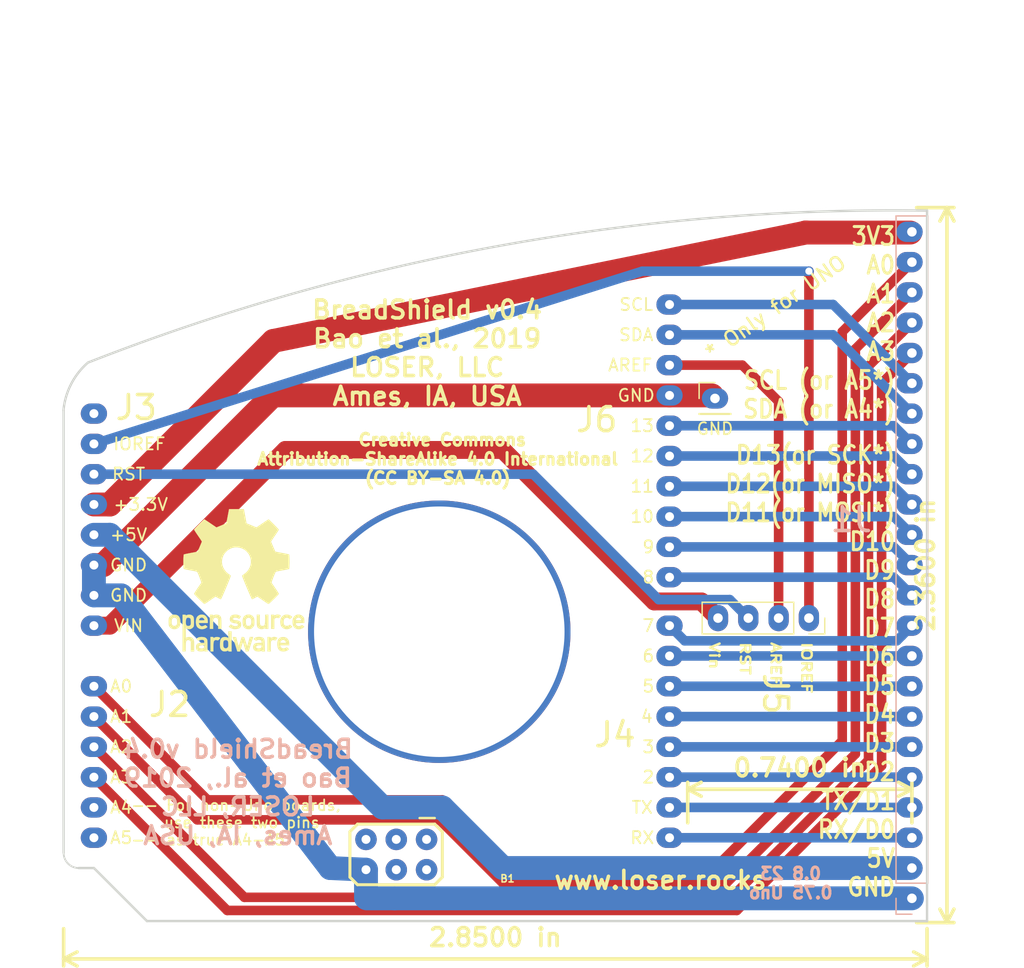
<source format=kicad_pcb>
(kicad_pcb (version 20171130) (host pcbnew 5.0.2-bee76a0~70~ubuntu18.04.1)

  (general
    (thickness 1.6)
    (drawings 25)
    (tracks 100)
    (zones 0)
    (modules 5)
    (nets 35)
  )

  (page User 130.785 140.411)
  (title_block
    (title BreadShield)
    (date 2019-05-25)
    (rev 0.4)
    (company "Forrest Sheng Bao et al.")
  )

  (layers
    (0 F.Cu signal)
    (31 B.Cu signal)
    (32 B.Adhes user)
    (33 F.Adhes user)
    (34 B.Paste user)
    (35 F.Paste user)
    (36 B.SilkS user)
    (37 F.SilkS user)
    (38 B.Mask user)
    (39 F.Mask user)
    (40 Dwgs.User user hide)
    (41 Cmts.User user)
    (42 Eco1.User user)
    (43 Eco2.User user)
    (44 Edge.Cuts user)
    (45 Margin user)
    (46 B.CrtYd user)
    (47 F.CrtYd user)
    (48 B.Fab user)
    (49 F.Fab user)
  )

  (setup
    (last_trace_width 0.8)
    (trace_clearance 0.3)
    (zone_clearance 0.508)
    (zone_45_only no)
    (trace_min 0.2)
    (segment_width 0.15)
    (edge_width 0.15)
    (via_size 0.8)
    (via_drill 0.6)
    (via_min_size 0.4)
    (via_min_drill 0.3)
    (uvia_size 0.3)
    (uvia_drill 0.1)
    (uvias_allowed no)
    (uvia_min_size 0.2)
    (uvia_min_drill 0.1)
    (pcb_text_width 0.3)
    (pcb_text_size 1.5 1.5)
    (mod_edge_width 0.15)
    (mod_text_size 1 1)
    (mod_text_width 0.15)
    (pad_size 2.2 1.7)
    (pad_drill 0.762)
    (pad_to_mask_clearance 0.051)
    (solder_mask_min_width 0.25)
    (aux_axis_origin 0 0)
    (visible_elements 7FFFFFFF)
    (pcbplotparams
      (layerselection 0x010f0_ffffffff)
      (usegerberextensions true)
      (usegerberattributes false)
      (usegerberadvancedattributes false)
      (creategerberjobfile false)
      (excludeedgelayer true)
      (linewidth 0.100000)
      (plotframeref false)
      (viasonmask false)
      (mode 1)
      (useauxorigin false)
      (hpglpennumber 1)
      (hpglpenspeed 20)
      (hpglpendiameter 15.000000)
      (psnegative false)
      (psa4output false)
      (plotreference true)
      (plotvalue true)
      (plotinvisibletext false)
      (padsonsilk false)
      (subtractmaskfromsilk false)
      (outputformat 1)
      (mirror false)
      (drillshape 0)
      (scaleselection 1)
      (outputdirectory "Size_test/0.75_0.7/"))
  )

  (net 0 "")
  (net 1 /3V3)
  (net 2 /5V)
  (net 3 /A0)
  (net 4 /A1)
  (net 5 /A2)
  (net 6 /A3)
  (net 7 /AREF)
  (net 8 /D2)
  (net 9 /D3)
  (net 10 /D4)
  (net 11 /D5)
  (net 12 /D6)
  (net 13 /D7)
  (net 14 /D8)
  (net 15 /D9)
  (net 16 /D10)
  (net 17 /GND)
  (net 18 /IOREF)
  (net 19 /RES)
  (net 20 /RX)
  (net 21 /TX)
  (net 22 /Vin)
  (net 23 /SCL_A5)
  (net 24 /SDA_A4)
  (net 25 /SCK_D13)
  (net 26 /MISO_D12)
  (net 27 /MOSI_D11)
  (net 28 "Net-(B1-Pad5V_I)")
  (net 29 "Net-(B1-PadMISO)")
  (net 30 "Net-(B1-PadMOSI)")
  (net 31 "Net-(B1-PadSCK)")
  (net 32 "Net-(B1-PadRST_)")
  (net 33 "Net-(B1-PadA4)")
  (net 34 "Net-(B1-PadA5)")

  (net_class Default "This is the default net class."
    (clearance 0.3)
    (trace_width 0.8)
    (via_dia 0.8)
    (via_drill 0.6)
    (uvia_dia 0.3)
    (uvia_drill 0.1)
    (add_net /A0)
    (add_net /A1)
    (add_net /A2)
    (add_net /A3)
    (add_net /AREF)
    (add_net /D10)
    (add_net /D2)
    (add_net /D3)
    (add_net /D4)
    (add_net /D5)
    (add_net /D6)
    (add_net /D7)
    (add_net /D8)
    (add_net /D9)
    (add_net /IOREF)
    (add_net /MISO_D12)
    (add_net /MOSI_D11)
    (add_net /RES)
    (add_net /RX)
    (add_net /SCK_D13)
    (add_net /SCL_A5)
    (add_net /SDA_A4)
    (add_net /TX)
    (add_net "Net-(B1-Pad5V_I)")
    (add_net "Net-(B1-PadA4)")
    (add_net "Net-(B1-PadA5)")
    (add_net "Net-(B1-PadMISO)")
    (add_net "Net-(B1-PadMOSI)")
    (add_net "Net-(B1-PadRST_)")
    (add_net "Net-(B1-PadSCK)")
  )

  (net_class Power ""
    (clearance 0.3)
    (trace_width 2)
    (via_dia 2)
    (via_drill 1.4)
    (uvia_dia 0.3)
    (uvia_drill 0.1)
    (add_net /3V3)
    (add_net /5V)
    (add_net /GND)
  )

  (net_class Vin ""
    (clearance 0.3)
    (trace_width 1.5)
    (via_dia 0.8)
    (via_drill 0.6)
    (uvia_dia 0.3)
    (uvia_drill 0.1)
    (add_net /Vin)
  )

  (module Connector_PinHeader_2.54mm:PinHeader_1x01_P2.54mm_Vertical (layer F.Cu) (tedit 5CE8C32A) (tstamp 5C8F88AC)
    (at 92.71 39.37)
    (descr "Through hole straight pin header, 1x01, 2.54mm pitch, single row")
    (tags "Through hole pin header THT 1x01 2.54mm single row")
    (fp_text reference GND (at 0 2.54) (layer F.SilkS)
      (effects (font (size 1 1) (thickness 0.15)))
    )
    (fp_text value PinHeader_1x01_P2.54mm_Vertical (at 0 2.33) (layer F.Fab)
      (effects (font (size 1 1) (thickness 0.15)))
    )
    (fp_text user %R (at 0 0 90) (layer F.Fab)
      (effects (font (size 1 1) (thickness 0.15)))
    )
    (fp_line (start 1.8 -1.8) (end -1.8 -1.8) (layer F.CrtYd) (width 0.05))
    (fp_line (start 1.8 1.8) (end 1.8 -1.8) (layer F.CrtYd) (width 0.05))
    (fp_line (start -1.8 1.8) (end 1.8 1.8) (layer F.CrtYd) (width 0.05))
    (fp_line (start -1.8 -1.8) (end -1.8 1.8) (layer F.CrtYd) (width 0.05))
    (fp_line (start -1.33 -1.33) (end 0 -1.33) (layer F.SilkS) (width 0.12))
    (fp_line (start -1.33 0) (end -1.33 -1.33) (layer F.SilkS) (width 0.12))
    (fp_line (start -1.33 1.27) (end 1.33 1.27) (layer F.SilkS) (width 0.12))
    (fp_line (start 1.33 1.27) (end 1.33 1.33) (layer F.SilkS) (width 0.12))
    (fp_line (start -1.33 1.27) (end -1.33 1.33) (layer F.SilkS) (width 0.12))
    (fp_line (start -1.33 1.33) (end 1.33 1.33) (layer F.SilkS) (width 0.12))
    (fp_line (start -1.27 -0.635) (end -0.635 -1.27) (layer F.Fab) (width 0.1))
    (fp_line (start -1.27 1.27) (end -1.27 -0.635) (layer F.Fab) (width 0.1))
    (fp_line (start 1.27 1.27) (end -1.27 1.27) (layer F.Fab) (width 0.1))
    (fp_line (start 1.27 -1.27) (end 1.27 1.27) (layer F.Fab) (width 0.1))
    (fp_line (start -0.635 -1.27) (end 1.27 -1.27) (layer F.Fab) (width 0.1))
    (pad 1 thru_hole oval (at 0 0) (size 2.2 1.7) (drill 0.8) (layers *.Cu *.Mask)
      (net 17 /GND))
    (model ${KISYS3DMOD}/Connector_PinHeader_2.54mm.3dshapes/PinHeader_1x01_P2.54mm_Vertical.wrl
      (at (xyz 0 0 0))
      (scale (xyz 1 1 1))
      (rotate (xyz 0 0 0))
    )
  )

  (module Connector_PinHeader_2.54mm:PinHeader_1x23_P2.54mm_Vertical (layer B.Cu) (tedit 5CE8C310) (tstamp 5C97272F)
    (at 109.22 81.28)
    (descr "Through hole straight pin header, 1x23, 2.54mm pitch, single row")
    (tags "Through hole pin header THT 1x23 2.54mm single row")
    (path /5C76AC47)
    (fp_text reference J1 (at -5.08 -31.75) (layer B.SilkS)
      (effects (font (size 2 2) (thickness 0.3)) (justify mirror))
    )
    (fp_text value Conn_01x23_Male (at -2.54 -34.29 -270) (layer B.Fab)
      (effects (font (size 1 1) (thickness 0.15)) (justify mirror))
    )
    (fp_line (start -0.635 1.27) (end 1.27 1.27) (layer B.Fab) (width 0.1))
    (fp_line (start 1.27 1.27) (end 1.27 -57.15) (layer B.Fab) (width 0.1))
    (fp_line (start 1.27 -57.15) (end -1.27 -57.15) (layer B.Fab) (width 0.1))
    (fp_line (start -1.27 -57.15) (end -1.27 0.635) (layer B.Fab) (width 0.1))
    (fp_line (start -1.27 0.635) (end -0.635 1.27) (layer B.Fab) (width 0.1))
    (fp_line (start -1.33 -57.21) (end 1.33 -57.21) (layer B.SilkS) (width 0.12))
    (fp_line (start -1.33 -1.27) (end -1.33 -57.21) (layer B.SilkS) (width 0.12))
    (fp_line (start 1.33 -1.27) (end 1.33 -57.21) (layer B.SilkS) (width 0.12))
    (fp_line (start -1.33 -1.27) (end 1.33 -1.27) (layer B.SilkS) (width 0.12))
    (fp_line (start -1.33 0) (end -1.33 1.33) (layer B.SilkS) (width 0.12))
    (fp_line (start -1.33 1.33) (end 0 1.33) (layer B.SilkS) (width 0.12))
    (fp_line (start -1.8 1.8) (end -1.8 -57.65) (layer B.CrtYd) (width 0.05))
    (fp_line (start -1.8 -57.65) (end 1.8 -57.65) (layer B.CrtYd) (width 0.05))
    (fp_line (start 1.8 -57.65) (end 1.8 1.8) (layer B.CrtYd) (width 0.05))
    (fp_line (start 1.8 1.8) (end -1.8 1.8) (layer B.CrtYd) (width 0.05))
    (fp_text user %R (at 0 -27.94 -90) (layer B.Fab)
      (effects (font (size 1 1) (thickness 0.15)) (justify mirror))
    )
    (pad 1 thru_hole oval (at 0 0) (size 2.2 1.7) (drill 0.8 (offset -0.2 0)) (layers *.Cu *.Mask)
      (net 17 /GND))
    (pad 2 thru_hole oval (at 0 -2.54) (size 2.2 1.7) (drill 0.8 (offset -0.2 0)) (layers *.Cu *.Mask)
      (net 2 /5V))
    (pad 3 thru_hole oval (at 0 -5.08) (size 2.2 1.7) (drill 0.8 (offset -0.2 0)) (layers *.Cu *.Mask)
      (net 20 /RX))
    (pad 4 thru_hole oval (at 0 -7.62) (size 2.2 1.7) (drill 0.8 (offset -0.2 0)) (layers *.Cu *.Mask)
      (net 21 /TX))
    (pad 5 thru_hole oval (at 0 -10.16) (size 2.2 1.7) (drill 0.8 (offset -0.2 0)) (layers *.Cu *.Mask)
      (net 8 /D2))
    (pad 6 thru_hole oval (at 0 -12.7) (size 2.2 1.7) (drill 0.8 (offset -0.2 0)) (layers *.Cu *.Mask)
      (net 9 /D3))
    (pad 7 thru_hole oval (at 0 -15.24) (size 2.2 1.7) (drill 0.8 (offset -0.2 0)) (layers *.Cu *.Mask)
      (net 10 /D4))
    (pad 8 thru_hole oval (at 0 -17.78) (size 2.2 1.7) (drill 0.8 (offset -0.2 0)) (layers *.Cu *.Mask)
      (net 11 /D5))
    (pad 9 thru_hole oval (at 0 -20.32) (size 2.2 1.7) (drill 0.8 (offset -0.2 0)) (layers *.Cu *.Mask)
      (net 12 /D6))
    (pad 10 thru_hole oval (at 0 -22.86) (size 2.2 1.7) (drill 0.8 (offset -0.2 0)) (layers *.Cu *.Mask)
      (net 13 /D7))
    (pad 11 thru_hole oval (at 0 -25.4) (size 2.2 1.7) (drill 0.8 (offset -0.2 0)) (layers *.Cu *.Mask)
      (net 14 /D8))
    (pad 12 thru_hole oval (at 0 -27.94) (size 2.2 1.7) (drill 0.8 (offset -0.2 0)) (layers *.Cu *.Mask)
      (net 15 /D9))
    (pad 13 thru_hole oval (at 0 -30.48) (size 2.2 1.7) (drill 0.8 (offset -0.2 0)) (layers *.Cu *.Mask)
      (net 16 /D10))
    (pad 14 thru_hole oval (at 0 -33.02) (size 2.2 1.7) (drill 0.8 (offset -0.2 0)) (layers *.Cu *.Mask)
      (net 27 /MOSI_D11))
    (pad 15 thru_hole oval (at 0 -35.56) (size 2.2 1.7) (drill 0.8 (offset -0.2 0)) (layers *.Cu *.Mask)
      (net 26 /MISO_D12))
    (pad 16 thru_hole oval (at 0 -38.1) (size 2.2 1.7) (drill 0.8 (offset -0.2 0)) (layers *.Cu *.Mask)
      (net 25 /SCK_D13))
    (pad 17 thru_hole oval (at 0 -40.64) (size 2.2 1.7) (drill 0.8 (offset -0.2 0)) (layers *.Cu *.Mask)
      (net 24 /SDA_A4))
    (pad 18 thru_hole oval (at 0 -43.18) (size 2.2 1.7) (drill 0.8 (offset -0.2 0)) (layers *.Cu *.Mask)
      (net 23 /SCL_A5))
    (pad 19 thru_hole oval (at 0 -45.72) (size 2.2 1.7) (drill 0.8 (offset -0.2 0)) (layers *.Cu *.Mask)
      (net 6 /A3))
    (pad 20 thru_hole oval (at 0 -48.26) (size 2.2 1.7) (drill 0.8 (offset -0.2 0)) (layers *.Cu *.Mask)
      (net 5 /A2))
    (pad 21 thru_hole oval (at 0 -50.8) (size 2.2 1.7) (drill 0.8 (offset -0.2 0)) (layers *.Cu *.Mask)
      (net 4 /A1))
    (pad 22 thru_hole oval (at 0 -53.34) (size 2.2 1.7) (drill 0.8 (offset -0.2 0)) (layers *.Cu *.Mask)
      (net 3 /A0))
    (pad 23 thru_hole oval (at 0 -55.88) (size 2.2 1.7) (drill 0.8 (offset -0.2 0)) (layers *.Cu *.Mask)
      (net 1 /3V3))
    (model ${KISYS3DMOD}/Connector_PinHeader_2.54mm.3dshapes/PinHeader_1x23_P2.54mm_Vertical.wrl
      (at (xyz 0 0 0))
      (scale (xyz 1 1 1))
      (rotate (xyz 0 0 0))
    )
  )

  (module Connector_PinSocket_2.54mm:PinSocket_1x04_P2.54mm_Vertical (layer F.Cu) (tedit 5CE8C302) (tstamp 5C87EB91)
    (at 100.584 57.785 270)
    (descr "Through hole straight socket strip, 1x04, 2.54mm pitch, single row (from Kicad 4.0.7), script generated")
    (tags "Through hole socket strip THT 1x04 2.54mm single row")
    (path /5C76C433)
    (fp_text reference J5 (at 6.35 2.794 270 unlocked) (layer F.SilkS)
      (effects (font (size 2 2) (thickness 0.3)))
    )
    (fp_text value Conn_01x04_Female (at -2.54 2.794) (layer F.Fab)
      (effects (font (size 1 1) (thickness 0.15)))
    )
    (fp_line (start -1.27 -1.27) (end 0.635 -1.27) (layer F.Fab) (width 0.1))
    (fp_line (start 0.635 -1.27) (end 1.27 -0.635) (layer F.Fab) (width 0.1))
    (fp_line (start 1.27 -0.635) (end 1.27 8.89) (layer F.Fab) (width 0.1))
    (fp_line (start 1.27 8.89) (end -1.27 8.89) (layer F.Fab) (width 0.1))
    (fp_line (start -1.27 8.89) (end -1.27 -1.27) (layer F.Fab) (width 0.1))
    (fp_line (start -1.33 1.27) (end 1.33 1.27) (layer F.SilkS) (width 0.12))
    (fp_line (start -1.33 1.27) (end -1.33 8.95) (layer F.SilkS) (width 0.12))
    (fp_line (start -1.33 8.95) (end 1.33 8.95) (layer F.SilkS) (width 0.12))
    (fp_line (start 1.33 1.27) (end 1.33 8.95) (layer F.SilkS) (width 0.12))
    (fp_line (start 1.33 -1.33) (end 1.33 0) (layer F.SilkS) (width 0.12))
    (fp_line (start 0 -1.33) (end 1.33 -1.33) (layer F.SilkS) (width 0.12))
    (fp_line (start -1.8 -1.8) (end 1.75 -1.8) (layer F.CrtYd) (width 0.05))
    (fp_line (start 1.75 -1.8) (end 1.75 9.4) (layer F.CrtYd) (width 0.05))
    (fp_line (start 1.75 9.4) (end -1.8 9.4) (layer F.CrtYd) (width 0.05))
    (fp_line (start -1.8 9.4) (end -1.8 -1.8) (layer F.CrtYd) (width 0.05))
    (fp_text user %R (at 0 3.81) (layer F.Fab)
      (effects (font (size 1 1) (thickness 0.15)))
    )
    (pad 1 thru_hole oval (at 0 0 270) (size 2.2 1.7) (drill 0.8) (layers *.Cu *.Mask)
      (net 18 /IOREF))
    (pad 2 thru_hole oval (at 0 2.54 270) (size 2.2 1.7) (drill 0.8) (layers *.Cu *.Mask)
      (net 7 /AREF))
    (pad 3 thru_hole oval (at 0 5.08 270) (size 2.2 1.7) (drill 0.8) (layers *.Cu *.Mask)
      (net 19 /RES))
    (pad 4 thru_hole oval (at 0 7.62 270) (size 2.2 1.7) (drill 0.8) (layers *.Cu *.Mask)
      (net 22 /Vin))
    (model ${KISYS3DMOD}/Connector_PinSocket_2.54mm.3dshapes/PinSocket_1x04_P2.54mm_Vertical.wrl
      (at (xyz 0 0 0))
      (scale (xyz 1 1 1))
      (rotate (xyz 0 0 0))
    )
  )

  (module Boards:UNO_R3_SHIELD_ICSP (layer F.Cu) (tedit 5CE8C290) (tstamp 5C906446)
    (at 64.77 52.07 180)
    (descr "ARDUINO UNO-COMPATIBLE FOOTPRINT WITH ICSP")
    (tags "ARDUINO UNO-COMPATIBLE FOOTPRINT WITH ICSP")
    (path /5C76A1EC)
    (attr virtual)
    (fp_text reference B1 (at -10.541 -27.559 180) (layer F.SilkS)
      (effects (font (size 0.6096 0.6096) (thickness 0.127)))
    )
    (fp_text value ARDUINO_UNO_R3_SHIELD_ICSP (at 14.986 -27.178 180) (layer F.Fab)
      (effects (font (size 0.6096 0.6096) (thickness 0.127)))
    )
    (fp_line (start -24.13 30.48) (end -17.16786 30.48) (layer Dwgs.User) (width 0.254))
    (fp_line (start -17.16786 30.48) (end -4.96824 30.48) (layer Dwgs.User) (width 0.254))
    (fp_line (start -4.96824 30.48) (end 24.13 30.48) (layer Dwgs.User) (width 0.254))
    (fp_line (start 24.13 30.48) (end 26.67 27.94) (layer Dwgs.User) (width 0.254))
    (fp_line (start 26.67 -26.67) (end 24.13 -26.67) (layer Dwgs.User) (width 0.254))
    (fp_line (start 24.13 -26.67) (end 21.59 -29.21) (layer Dwgs.User) (width 0.254))
    (fp_line (start -26.67 -25.4) (end -26.67 27.94) (layer Dwgs.User) (width 0.254))
    (fp_line (start -26.67 27.94) (end -24.13 30.48) (layer Dwgs.User) (width 0.254))
    (fp_line (start 21.59 -29.21) (end -11.43 -29.21) (layer Dwgs.User) (width 0.254))
    (fp_line (start -11.43 -29.21) (end -13.97 -26.67) (layer Dwgs.User) (width 0.254))
    (fp_line (start -13.97 -26.67) (end -25.4 -26.67) (layer Dwgs.User) (width 0.254))
    (fp_line (start -25.4 -26.67) (end -26.67 -25.4) (layer Dwgs.User) (width 0.254))
    (fp_line (start 26.67 27.94) (end 26.67 -26.67) (layer Dwgs.User) (width 0.254))
    (fp_line (start -17.16786 45.97908) (end -4.96824 45.97908) (layer Dwgs.User) (width 0.254))
    (fp_line (start 13.52804 40.7797) (end 22.5298 40.7797) (layer Dwgs.User) (width 0.254))
    (fp_line (start -17.16786 45.97908) (end -17.16786 30.48) (layer Dwgs.User) (width 0.254))
    (fp_line (start -4.96824 45.97908) (end -4.96824 30.48) (layer Dwgs.User) (width 0.254))
    (fp_line (start 13.52804 40.7797) (end 13.52804 30.57906) (layer Dwgs.User) (width 0.254))
    (fp_line (start 22.5298 40.7797) (end 22.5298 30.57906) (layer Dwgs.User) (width 0.254))
    (fp_line (start -25.4 -25.4) (end -22.86 -25.4) (layer Dwgs.User) (width 0.127))
    (fp_line (start -22.86 -25.4) (end -22.86 -5.08) (layer Dwgs.User) (width 0.127))
    (fp_line (start -22.86 -5.08) (end -25.4 -5.08) (layer Dwgs.User) (width 0.127))
    (fp_line (start -25.4 -5.08) (end -25.4 -25.4) (layer Dwgs.User) (width 0.127))
    (fp_line (start -25.4 -3.556) (end -22.86 -3.556) (layer Dwgs.User) (width 0.127))
    (fp_line (start -22.86 -3.556) (end -22.86 21.844) (layer Dwgs.User) (width 0.127))
    (fp_line (start -22.86 21.844) (end -25.4 21.844) (layer Dwgs.User) (width 0.127))
    (fp_line (start -25.4 21.844) (end -25.4 -3.556) (layer Dwgs.User) (width 0.127))
    (fp_line (start 22.86 12.7) (end 25.4 12.7) (layer Dwgs.User) (width 0.127))
    (fp_line (start 25.4 12.7) (end 25.4 -7.62) (layer Dwgs.User) (width 0.127))
    (fp_line (start 25.4 -7.62) (end 22.86 -7.62) (layer Dwgs.User) (width 0.127))
    (fp_line (start 22.86 -7.62) (end 22.86 12.7) (layer Dwgs.User) (width 0.127))
    (fp_line (start 25.4 -10.16) (end 22.86 -10.16) (layer Dwgs.User) (width 0.127))
    (fp_line (start 22.86 -10.16) (end 22.86 -25.4) (layer Dwgs.User) (width 0.127))
    (fp_line (start 22.86 -25.4) (end 25.4 -25.4) (layer Dwgs.User) (width 0.127))
    (fp_line (start 25.4 -25.4) (end 25.4 -10.16) (layer Dwgs.User) (width 0.127))
    (fp_line (start -4.445 -22.987) (end -5.08 -23.622) (layer Dwgs.User) (width 0.254))
    (fp_line (start -5.08 -23.622) (end -5.08 -27.432) (layer Dwgs.User) (width 0.254))
    (fp_line (start -5.08 -27.432) (end -4.445 -28.067) (layer Dwgs.User) (width 0.254))
    (fp_line (start -4.445 -28.067) (end 2.032 -28.067) (layer Dwgs.User) (width 0.254))
    (fp_line (start 2.032 -28.067) (end 2.667 -27.432) (layer Dwgs.User) (width 0.254))
    (fp_line (start 2.667 -27.432) (end 2.667 -23.622) (layer Dwgs.User) (width 0.254))
    (fp_line (start 2.667 -23.622) (end 2.032 -22.987) (layer Dwgs.User) (width 0.254))
    (fp_line (start 2.032 -22.987) (end -4.445 -22.987) (layer Dwgs.User) (width 0.254))
    (fp_line (start -3.175 -22.479) (end -4.445 -22.479) (layer Dwgs.User) (width 0.2032))
    (fp_line (start -3.175 -22.479) (end -4.445 -22.479) (layer F.SilkS) (width 0.2032))
    (fp_line (start -5.08 -23.622) (end -5.08 -27.432) (layer F.SilkS) (width 0.254))
    (fp_line (start 2.032 -22.987) (end -4.445 -22.987) (layer F.SilkS) (width 0.254))
    (fp_line (start -4.445 -22.987) (end -5.08 -23.622) (layer F.SilkS) (width 0.254))
    (fp_line (start -5.08 -27.432) (end -4.445 -28.067) (layer F.SilkS) (width 0.254))
    (fp_line (start -4.445 -28.067) (end 2.032 -28.067) (layer F.SilkS) (width 0.254))
    (fp_line (start 2.032 -28.067) (end 2.667 -27.432) (layer F.SilkS) (width 0.254))
    (fp_line (start 2.667 -27.432) (end 2.667 -23.622) (layer F.SilkS) (width 0.254))
    (fp_line (start 2.667 -23.622) (end 2.032 -22.987) (layer F.SilkS) (width 0.254))
    (fp_text user GND (at 21.2217 -1.27) (layer F.SilkS)
      (effects (font (size 1.016 1.016) (thickness 0.1524)))
    )
    (fp_text user GND (at 21.2217 -3.81) (layer F.SilkS)
      (effects (font (size 1.016 1.016) (thickness 0.1524)))
    )
    (fp_text user +5V (at 21.2217 1.27) (layer F.SilkS)
      (effects (font (size 1.016 1.016) (thickness 0.1524)))
    )
    (fp_text user RST (at 21.2217 6.35) (layer F.SilkS)
      (effects (font (size 1.016 1.016) (thickness 0.1524)))
    )
    (fp_text user VIN (at 21.2217 -6.35) (layer F.SilkS)
      (effects (font (size 1.016 1.016) (thickness 0.1524)))
    )
    (fp_text user +3.3V (at 20.2057 3.81) (layer F.SilkS)
      (effects (font (size 1.016 1.016) (thickness 0.1524)))
    )
    (fp_text user A0 (at 21.844 -11.43) (layer F.SilkS)
      (effects (font (size 1.016 1.016) (thickness 0.1524)))
    )
    (fp_text user A1 (at 21.844 -13.97) (layer F.SilkS)
      (effects (font (size 1.016 1.016) (thickness 0.1524)))
    )
    (fp_text user A2 (at 21.844 -16.51) (layer F.SilkS)
      (effects (font (size 1.016 1.016) (thickness 0.1524)))
    )
    (fp_text user A3 (at 21.844 -19.05) (layer F.SilkS)
      (effects (font (size 1.016 1.016) (thickness 0.1524)))
    )
    (fp_text user A4 (at 21.844 -21.59) (layer F.SilkS)
      (effects (font (size 1.016 1.016) (thickness 0.1524)))
    )
    (fp_text user A5 (at 21.844 -24.13) (layer F.SilkS)
      (effects (font (size 1.016 1.016) (thickness 0.1524)))
    )
    (fp_text user "Analog In" (at 19.558 -17.145 90) (layer F.Fab)
      (effects (font (size 1.016 1.016) (thickness 0.1524)))
    )
    (fp_text user GND (at -21.336 12.954 180) (layer F.SilkS)
      (effects (font (size 1.016 1.016) (thickness 0.1524)))
    )
    (fp_text user 13 (at -21.844 10.414 180) (layer F.SilkS)
      (effects (font (size 1.016 1.016) (thickness 0.1524)))
    )
    (fp_text user 12 (at -21.844 7.874 180) (layer F.SilkS)
      (effects (font (size 1.016 1.016) (thickness 0.1524)))
    )
    (fp_text user 11 (at -21.844 5.334 180) (layer F.SilkS)
      (effects (font (size 1.016 1.016) (thickness 0.1524)))
    )
    (fp_text user AREF (at -20.828 15.494 180) (layer F.SilkS)
      (effects (font (size 1.016 1.016) (thickness 0.1524)))
    )
    (fp_text user 10 (at -21.844 2.794 180) (layer F.SilkS)
      (effects (font (size 1.016 1.016) (thickness 0.1524)))
    )
    (fp_text user 9 (at -22.352 0.254 180) (layer F.SilkS)
      (effects (font (size 1.016 1.016) (thickness 0.1524)))
    )
    (fp_text user 8 (at -22.352 -2.286 180) (layer F.SilkS)
      (effects (font (size 1.016 1.016) (thickness 0.1524)))
    )
    (fp_text user 7 (at -22.352 -6.35 180) (layer F.SilkS)
      (effects (font (size 1.016 1.016) (thickness 0.1524)))
    )
    (fp_text user 6 (at -22.352 -8.89 180) (layer F.SilkS)
      (effects (font (size 1.016 1.016) (thickness 0.1524)))
    )
    (fp_text user 5 (at -22.352 -11.43 180) (layer F.SilkS)
      (effects (font (size 1.016 1.016) (thickness 0.1524)))
    )
    (fp_text user 4 (at -22.225 -13.97 180) (layer F.SilkS)
      (effects (font (size 1.016 1.016) (thickness 0.1524)))
    )
    (fp_text user 3 (at -22.352 -16.51 180) (layer F.SilkS)
      (effects (font (size 1.016 1.016) (thickness 0.1524)))
    )
    (fp_text user 2 (at -22.352 -19.05 180) (layer F.SilkS)
      (effects (font (size 1.016 1.016) (thickness 0.1524)))
    )
    (fp_text user TX (at -21.844 -21.59 180) (layer F.SilkS)
      (effects (font (size 1.016 1.016) (thickness 0.1524)))
    )
    (fp_text user RX (at -21.844 -24.13 180) (layer F.SilkS)
      (effects (font (size 1.016 1.016) (thickness 0.1524)))
    )
    (fp_text user SDA (at -21.336 18.034 180) (layer F.SilkS)
      (effects (font (size 1.016 1.016) (thickness 0.1524)))
    )
    (fp_text user SCL (at -21.336 20.574 180) (layer F.SilkS)
      (effects (font (size 1.016 1.016) (thickness 0.1524)))
    )
    (fp_text user IOREF (at 20.32 8.89) (layer F.SilkS)
      (effects (font (size 1.016 1.016) (thickness 0.1524)))
    )
    (fp_text user USB (at -11.176 44.45 180) (layer Dwgs.User)
      (effects (font (size 1.016 1.016) (thickness 0.1524)))
    )
    (fp_text user "PWR JACK" (at 18.034 39.37 180) (layer Dwgs.User)
      (effects (font (size 1.016 1.016) (thickness 0.1524)))
    )
    (pad 3.3V thru_hole oval (at 24.13 3.81 180) (size 2.2 1.7) (drill 0.75) (layers *.Cu *.Mask)
      (net 1 /3V3) (solder_mask_margin 0.1016))
    (pad 5V thru_hole oval (at 24.13 1.27 180) (size 2.2 1.7) (drill 0.75) (layers *.Cu *.Mask)
      (net 2 /5V) (solder_mask_margin 0.1016))
    (pad 5V_I thru_hole circle (at -3.7592 -26.8097 180) (size 1.8 1.8) (drill 0.75) (layers *.Cu *.Mask)
      (net 28 "Net-(B1-Pad5V_I)") (solder_mask_margin 0.1016))
    (pad A0 thru_hole oval (at 24.13 -11.43 180) (size 2.2 1.7) (drill 0.75) (layers *.Cu *.Mask)
      (net 3 /A0) (solder_mask_margin 0.1016))
    (pad A1 thru_hole oval (at 24.13 -13.97 180) (size 2.2 1.7) (drill 0.75) (layers *.Cu *.Mask)
      (net 4 /A1) (solder_mask_margin 0.1016))
    (pad A2 thru_hole oval (at 24.13 -16.51 180) (size 2.2 1.7) (drill 0.75) (layers *.Cu *.Mask)
      (net 5 /A2) (solder_mask_margin 0.1016))
    (pad A3 thru_hole oval (at 24.13 -19.05 180) (size 2.2 1.7) (drill 0.75) (layers *.Cu *.Mask)
      (net 6 /A3) (solder_mask_margin 0.1016))
    (pad A4 thru_hole oval (at 24.13 -21.59 180) (size 2.2 1.7) (drill 0.75) (layers *.Cu *.Mask)
      (net 33 "Net-(B1-PadA4)") (solder_mask_margin 0.1016))
    (pad A5 thru_hole oval (at 24.13 -24.13 180) (size 2.2 1.7) (drill 0.75) (layers *.Cu *.Mask)
      (net 34 "Net-(B1-PadA5)") (solder_mask_margin 0.1016))
    (pad AREF thru_hole oval (at -24.13 15.494 180) (size 2.2 1.7) (drill 0.75) (layers *.Cu *.Mask)
      (net 7 /AREF) (solder_mask_margin 0.1016))
    (pad D2 thru_hole oval (at -24.13 -19.05 180) (size 2.2 1.7) (drill 0.75) (layers *.Cu *.Mask)
      (net 8 /D2) (solder_mask_margin 0.1016))
    (pad D3 thru_hole oval (at -24.13 -16.51 180) (size 2.2 1.7) (drill 0.75) (layers *.Cu *.Mask)
      (net 9 /D3) (solder_mask_margin 0.1016))
    (pad D4 thru_hole oval (at -24.13 -13.97 180) (size 2.2 1.7) (drill 0.75) (layers *.Cu *.Mask)
      (net 10 /D4) (solder_mask_margin 0.1016))
    (pad D5 thru_hole oval (at -24.13 -11.43 180) (size 2.2 1.7) (drill 0.75) (layers *.Cu *.Mask)
      (net 11 /D5) (solder_mask_margin 0.1016))
    (pad D6 thru_hole oval (at -24.13 -8.89 180) (size 2.2 1.7) (drill 0.75) (layers *.Cu *.Mask)
      (net 12 /D6) (solder_mask_margin 0.1016))
    (pad D7 thru_hole oval (at -24.13 -6.35 180) (size 2.2 1.7) (drill 0.75) (layers *.Cu *.Mask)
      (net 13 /D7) (solder_mask_margin 0.1016))
    (pad D8 thru_hole oval (at -24.13 -2.286 180) (size 2.2 1.7) (drill 0.75) (layers *.Cu *.Mask)
      (net 14 /D8) (solder_mask_margin 0.1016))
    (pad D9 thru_hole oval (at -24.13 0.254 180) (size 2.2 1.7) (drill 0.75) (layers *.Cu *.Mask)
      (net 15 /D9) (solder_mask_margin 0.1016))
    (pad D10 thru_hole oval (at -24.13 2.794 180) (size 2.2 1.7) (drill 0.75) (layers *.Cu *.Mask)
      (net 16 /D10) (solder_mask_margin 0.1016))
    (pad D11 thru_hole oval (at -24.13 5.334 180) (size 2.2 1.7) (drill 0.75) (layers *.Cu *.Mask)
      (net 27 /MOSI_D11) (solder_mask_margin 0.1016))
    (pad D12 thru_hole oval (at -24.13 7.874 180) (size 2.2 1.7) (drill 0.75) (layers *.Cu *.Mask)
      (net 26 /MISO_D12) (solder_mask_margin 0.1016))
    (pad D13 thru_hole oval (at -24.13 10.414 180) (size 2.2 1.7) (drill 0.75) (layers *.Cu *.Mask)
      (net 25 /SCK_D13) (solder_mask_margin 0.1016))
    (pad GND@ thru_hole oval (at 24.13 -1.27 180) (size 2.2 1.7) (drill 0.75) (layers *.Cu *.Mask)
      (net 17 /GND) (solder_mask_margin 0.1016))
    (pad GND@ thru_hole oval (at 24.13 -3.81 180) (size 2.2 1.7) (drill 0.75) (layers *.Cu *.Mask)
      (net 17 /GND) (solder_mask_margin 0.1016))
    (pad GND@ thru_hole oval (at -24.13 12.954 180) (size 2.2 1.7) (drill 0.75) (layers *.Cu *.Mask)
      (net 17 /GND) (solder_mask_margin 0.1016))
    (pad GND_ thru_hole oval (at 1.31826 -26.8097 180) (size 1.8 1.8) (drill 0.75) (layers *.Cu *.Mask)
      (net 17 /GND) (solder_mask_margin 0.1016))
    (pad IORE thru_hole oval (at 24.13 8.89 180) (size 2.2 1.7) (drill 0.75) (layers *.Cu *.Mask)
      (net 18 /IOREF) (solder_mask_margin 0.1016))
    (pad MISO thru_hole oval (at -3.7592 -24.2697 180) (size 1.8 1.8) (drill 0.75) (layers *.Cu *.Mask)
      (net 29 "Net-(B1-PadMISO)") (solder_mask_margin 0.1016))
    (pad MOSI thru_hole circle (at -1.2192 -26.8097 180) (size 1.8 1.8) (drill 0.75) (layers *.Cu *.Mask)
      (net 30 "Net-(B1-PadMOSI)") (solder_mask_margin 0.1016))
    (pad NC thru_hole oval (at 24.13 11.43 180) (size 2.2 1.7) (drill 0.75) (layers *.Cu *.Mask)
      (solder_mask_margin 0.1016))
    (pad RES thru_hole oval (at 24.13 6.35 180) (size 2.2 1.7) (drill 0.75) (layers *.Cu *.Mask)
      (net 19 /RES) (solder_mask_margin 0.1016))
    (pad RST_ thru_hole circle (at 1.31826 -24.2697 180) (size 1.8 1.8) (drill 0.75) (layers *.Cu *.Mask)
      (net 32 "Net-(B1-PadRST_)") (solder_mask_margin 0.1016))
    (pad RX thru_hole oval (at -24.13 -24.13 180) (size 2.2 1.7) (drill 0.75) (layers *.Cu *.Mask)
      (net 20 /RX) (solder_mask_margin 0.1016))
    (pad SCK thru_hole oval (at -1.2192 -24.2697 180) (size 1.8 1.8) (drill 0.75) (layers *.Cu *.Mask)
      (net 31 "Net-(B1-PadSCK)") (solder_mask_margin 0.1016))
    (pad SCL thru_hole oval (at -24.13 20.574 180) (size 2.2 1.7) (drill 0.75) (layers *.Cu *.Mask)
      (net 23 /SCL_A5) (solder_mask_margin 0.1016))
    (pad SDA thru_hole oval (at -24.13 18.034 180) (size 2.2 1.7) (drill 0.75) (layers *.Cu *.Mask)
      (net 24 /SDA_A4) (solder_mask_margin 0.1016))
    (pad TX thru_hole oval (at -24.13 -21.59 180) (size 2.2 1.7) (drill 0.75) (layers *.Cu *.Mask)
      (net 21 /TX) (solder_mask_margin 0.1016))
    (pad VIN thru_hole oval (at 24.13 -6.35 180) (size 2.2 1.7) (drill 0.75) (layers *.Cu *.Mask)
      (net 22 /Vin) (solder_mask_margin 0.1016))
  )

  (module Symbol:OSHW-Logo_11.4x12mm_SilkScreen (layer F.Cu) (tedit 0) (tstamp 5CF6CB99)
    (at 52.578 54.61)
    (descr "Open Source Hardware Logo")
    (tags "Logo OSHW")
    (attr virtual)
    (fp_text reference REF** (at 0 0) (layer F.SilkS) hide
      (effects (font (size 1 1) (thickness 0.15)))
    )
    (fp_text value OSHW-Logo_11.4x12mm_SilkScreen (at 0.75 0) (layer F.Fab) hide
      (effects (font (size 1 1) (thickness 0.15)))
    )
    (fp_poly (pts (xy 0.746535 -5.366828) (xy 0.859117 -4.769637) (xy 1.274531 -4.59839) (xy 1.689944 -4.427143)
      (xy 2.188302 -4.766022) (xy 2.327868 -4.860378) (xy 2.454028 -4.944625) (xy 2.560895 -5.014917)
      (xy 2.642582 -5.067408) (xy 2.693201 -5.098251) (xy 2.706986 -5.104902) (xy 2.73182 -5.087797)
      (xy 2.784888 -5.040511) (xy 2.86024 -4.969083) (xy 2.951929 -4.879555) (xy 3.054007 -4.777966)
      (xy 3.160526 -4.670357) (xy 3.265536 -4.562768) (xy 3.363091 -4.46124) (xy 3.447242 -4.371814)
      (xy 3.51204 -4.300529) (xy 3.551538 -4.253427) (xy 3.56098 -4.237663) (xy 3.547391 -4.208602)
      (xy 3.509293 -4.144934) (xy 3.450694 -4.052888) (xy 3.375597 -3.938691) (xy 3.288009 -3.808571)
      (xy 3.237254 -3.734354) (xy 3.144745 -3.598833) (xy 3.06254 -3.476539) (xy 2.99463 -3.37356)
      (xy 2.945 -3.295982) (xy 2.91764 -3.249894) (xy 2.913529 -3.240208) (xy 2.922849 -3.212681)
      (xy 2.948254 -3.148527) (xy 2.985911 -3.056765) (xy 3.031986 -2.946416) (xy 3.082646 -2.8265)
      (xy 3.134059 -2.706036) (xy 3.182389 -2.594046) (xy 3.223806 -2.499548) (xy 3.254474 -2.431563)
      (xy 3.270562 -2.399112) (xy 3.271511 -2.397835) (xy 3.296772 -2.391638) (xy 3.364046 -2.377815)
      (xy 3.46636 -2.357723) (xy 3.596741 -2.332721) (xy 3.748216 -2.304169) (xy 3.836594 -2.287704)
      (xy 3.998452 -2.256886) (xy 4.144649 -2.227561) (xy 4.267787 -2.201334) (xy 4.360469 -2.179809)
      (xy 4.415301 -2.16459) (xy 4.426323 -2.159762) (xy 4.437119 -2.127081) (xy 4.445829 -2.05327)
      (xy 4.45246 -1.946963) (xy 4.457018 -1.816788) (xy 4.459509 -1.671379) (xy 4.459938 -1.519365)
      (xy 4.458311 -1.369378) (xy 4.454635 -1.230049) (xy 4.448915 -1.11001) (xy 4.441158 -1.01789)
      (xy 4.431368 -0.962323) (xy 4.425496 -0.950755) (xy 4.390399 -0.93689) (xy 4.316028 -0.917067)
      (xy 4.212223 -0.893616) (xy 4.088819 -0.868864) (xy 4.045741 -0.860857) (xy 3.838047 -0.822814)
      (xy 3.673984 -0.792176) (xy 3.54813 -0.767726) (xy 3.455065 -0.748246) (xy 3.389367 -0.732519)
      (xy 3.345617 -0.719327) (xy 3.318392 -0.707451) (xy 3.302272 -0.695675) (xy 3.300017 -0.693347)
      (xy 3.277503 -0.655855) (xy 3.243158 -0.58289) (xy 3.200411 -0.483388) (xy 3.152692 -0.366282)
      (xy 3.10343 -0.240507) (xy 3.056055 -0.114998) (xy 3.013995 0.00131) (xy 2.98068 0.099484)
      (xy 2.959541 0.170588) (xy 2.954005 0.205687) (xy 2.954466 0.206917) (xy 2.973223 0.235606)
      (xy 3.015776 0.29873) (xy 3.077653 0.389718) (xy 3.154382 0.502) (xy 3.241491 0.629005)
      (xy 3.266299 0.665098) (xy 3.354753 0.795948) (xy 3.432588 0.915336) (xy 3.495566 1.016407)
      (xy 3.539445 1.092304) (xy 3.559985 1.136172) (xy 3.56098 1.141562) (xy 3.543722 1.169889)
      (xy 3.496036 1.226006) (xy 3.42405 1.303882) (xy 3.333897 1.397485) (xy 3.231705 1.500786)
      (xy 3.123606 1.607751) (xy 3.015728 1.712351) (xy 2.914204 1.808554) (xy 2.825162 1.890329)
      (xy 2.754733 1.951645) (xy 2.709047 1.986471) (xy 2.696409 1.992157) (xy 2.666991 1.978765)
      (xy 2.606761 1.942644) (xy 2.52553 1.889881) (xy 2.46303 1.847412) (xy 2.349785 1.769485)
      (xy 2.215674 1.677729) (xy 2.081155 1.58612) (xy 2.008833 1.537091) (xy 1.764038 1.371515)
      (xy 1.558551 1.48262) (xy 1.464936 1.531293) (xy 1.38533 1.569126) (xy 1.331467 1.590703)
      (xy 1.317757 1.593706) (xy 1.30127 1.571538) (xy 1.268745 1.508894) (xy 1.222609 1.411554)
      (xy 1.16529 1.285294) (xy 1.099216 1.135895) (xy 1.026815 0.969133) (xy 0.950516 0.790787)
      (xy 0.872746 0.606636) (xy 0.795934 0.422457) (xy 0.722506 0.24403) (xy 0.654892 0.077132)
      (xy 0.59552 -0.072458) (xy 0.546816 -0.198962) (xy 0.51121 -0.296601) (xy 0.49113 -0.359598)
      (xy 0.4879 -0.381234) (xy 0.513496 -0.408831) (xy 0.569539 -0.45363) (xy 0.644311 -0.506321)
      (xy 0.650587 -0.51049) (xy 0.843845 -0.665186) (xy 0.999674 -0.845664) (xy 1.116724 -1.046153)
      (xy 1.193645 -1.260881) (xy 1.229086 -1.484078) (xy 1.221697 -1.709974) (xy 1.170127 -1.932796)
      (xy 1.073026 -2.146776) (xy 1.044458 -2.193591) (xy 0.895868 -2.382637) (xy 0.720327 -2.534443)
      (xy 0.52391 -2.648221) (xy 0.312693 -2.72318) (xy 0.092753 -2.758533) (xy -0.129837 -2.753488)
      (xy -0.348999 -2.707256) (xy -0.558658 -2.619049) (xy -0.752739 -2.488076) (xy -0.812774 -2.434918)
      (xy -0.965565 -2.268516) (xy -1.076903 -2.093343) (xy -1.153277 -1.896989) (xy -1.195813 -1.702538)
      (xy -1.206314 -1.483913) (xy -1.171299 -1.264203) (xy -1.094327 -1.050835) (xy -0.978953 -0.851233)
      (xy -0.828734 -0.672826) (xy -0.647227 -0.523038) (xy -0.623373 -0.507249) (xy -0.547799 -0.455543)
      (xy -0.490349 -0.410743) (xy -0.462883 -0.382138) (xy -0.462483 -0.381234) (xy -0.46838 -0.350291)
      (xy -0.491755 -0.280064) (xy -0.530179 -0.17633) (xy -0.581223 -0.044865) (xy -0.642458 0.108552)
      (xy -0.711456 0.278146) (xy -0.785786 0.458138) (xy -0.863022 0.642753) (xy -0.940732 0.826213)
      (xy -1.016489 1.002741) (xy -1.087863 1.166559) (xy -1.152426 1.311892) (xy -1.207748 1.432962)
      (xy -1.2514 1.523992) (xy -1.280954 1.579205) (xy -1.292856 1.593706) (xy -1.329223 1.582414)
      (xy -1.39727 1.55213) (xy -1.485263 1.508265) (xy -1.533649 1.48262) (xy -1.739137 1.371515)
      (xy -1.983932 1.537091) (xy -2.108894 1.621915) (xy -2.245705 1.715261) (xy -2.373911 1.803153)
      (xy -2.438129 1.847412) (xy -2.528449 1.908063) (xy -2.604929 1.956126) (xy -2.657593 1.985515)
      (xy -2.674698 1.991727) (xy -2.699595 1.974968) (xy -2.754695 1.928181) (xy -2.834657 1.856225)
      (xy -2.934139 1.763957) (xy -3.0478 1.656235) (xy -3.119685 1.587071) (xy -3.245449 1.463502)
      (xy -3.354137 1.352979) (xy -3.441355 1.26023) (xy -3.502711 1.189982) (xy -3.533809 1.146965)
      (xy -3.536792 1.138235) (xy -3.522947 1.105029) (xy -3.484688 1.037887) (xy -3.426258 0.943608)
      (xy -3.351903 0.82899) (xy -3.265865 0.700828) (xy -3.241397 0.665098) (xy -3.152245 0.535234)
      (xy -3.072262 0.418314) (xy -3.00592 0.320907) (xy -2.957689 0.249584) (xy -2.932043 0.210915)
      (xy -2.929565 0.206917) (xy -2.933271 0.1761) (xy -2.952939 0.108344) (xy -2.98514 0.012584)
      (xy -3.026445 -0.102246) (xy -3.073425 -0.227211) (xy -3.122651 -0.353376) (xy -3.170692 -0.471807)
      (xy -3.214119 -0.57357) (xy -3.249504 -0.649729) (xy -3.273416 -0.691351) (xy -3.275116 -0.693347)
      (xy -3.289738 -0.705242) (xy -3.314435 -0.717005) (xy -3.354628 -0.729854) (xy -3.415737 -0.745006)
      (xy -3.503183 -0.763679) (xy -3.622388 -0.78709) (xy -3.778773 -0.816458) (xy -3.977757 -0.853)
      (xy -4.02084 -0.860857) (xy -4.148529 -0.885528) (xy -4.259847 -0.909662) (xy -4.344955 -0.930931)
      (xy -4.394017 -0.947007) (xy -4.400595 -0.950755) (xy -4.411436 -0.983982) (xy -4.420247 -1.058234)
      (xy -4.427024 -1.164879) (xy -4.43176 -1.295288) (xy -4.43445 -1.440828) (xy -4.435087 -1.592869)
      (xy -4.433666 -1.742779) (xy -4.43018 -1.881927) (xy -4.424624 -2.001683) (xy -4.416992 -2.093414)
      (xy -4.407278 -2.148489) (xy -4.401422 -2.159762) (xy -4.36882 -2.171132) (xy -4.294582 -2.189631)
      (xy -4.186104 -2.213653) (xy -4.050783 -2.241593) (xy -3.896015 -2.271847) (xy -3.811692 -2.287704)
      (xy -3.651704 -2.317611) (xy -3.509033 -2.344705) (xy -3.390652 -2.367624) (xy -3.303535 -2.385012)
      (xy -3.254655 -2.395508) (xy -3.24661 -2.397835) (xy -3.233013 -2.424069) (xy -3.204271 -2.48726)
      (xy -3.164215 -2.578378) (xy -3.116676 -2.688398) (xy -3.065485 -2.80829) (xy -3.014474 -2.929028)
      (xy -2.967474 -3.041584) (xy -2.928316 -3.136929) (xy -2.900831 -3.206038) (xy -2.888851 -3.239881)
      (xy -2.888628 -3.24136) (xy -2.902209 -3.268058) (xy -2.940285 -3.329495) (xy -2.998853 -3.419566)
      (xy -3.073912 -3.532165) (xy -3.16146 -3.661185) (xy -3.212353 -3.735294) (xy -3.305091 -3.871178)
      (xy -3.387459 -3.994546) (xy -3.455439 -4.099158) (xy -3.505012 -4.178772) (xy -3.532158 -4.227148)
      (xy -3.536079 -4.237993) (xy -3.519225 -4.263235) (xy -3.472632 -4.317131) (xy -3.402251 -4.393642)
      (xy -3.314035 -4.486732) (xy -3.213935 -4.59036) (xy -3.107902 -4.698491) (xy -3.001889 -4.805085)
      (xy -2.901848 -4.904105) (xy -2.81373 -4.989513) (xy -2.743487 -5.05527) (xy -2.697072 -5.095339)
      (xy -2.681544 -5.104902) (xy -2.656261 -5.091455) (xy -2.595789 -5.05368) (xy -2.506008 -4.99542)
      (xy -2.392797 -4.920521) (xy -2.262036 -4.83283) (xy -2.1634 -4.766022) (xy -1.665043 -4.427143)
      (xy -1.249629 -4.59839) (xy -0.834216 -4.769637) (xy -0.721634 -5.366828) (xy -0.609051 -5.96402)
      (xy 0.633952 -5.96402) (xy 0.746535 -5.366828)) (layer F.SilkS) (width 0.01))
    (fp_poly (pts (xy 3.563637 2.887472) (xy 3.64929 2.913641) (xy 3.704437 2.946707) (xy 3.722401 2.972855)
      (xy 3.717457 3.003852) (xy 3.685372 3.052547) (xy 3.658243 3.087035) (xy 3.602317 3.149383)
      (xy 3.560299 3.175615) (xy 3.52448 3.173903) (xy 3.418224 3.146863) (xy 3.340189 3.148091)
      (xy 3.27682 3.178735) (xy 3.255546 3.19667) (xy 3.187451 3.259779) (xy 3.187451 4.083922)
      (xy 2.913529 4.083922) (xy 2.913529 2.888628) (xy 3.05049 2.888628) (xy 3.132719 2.891879)
      (xy 3.175144 2.903426) (xy 3.187445 2.925952) (xy 3.187451 2.92662) (xy 3.19326 2.950215)
      (xy 3.219531 2.947138) (xy 3.255931 2.930115) (xy 3.331111 2.898439) (xy 3.392158 2.879381)
      (xy 3.470708 2.874496) (xy 3.563637 2.887472)) (layer F.SilkS) (width 0.01))
    (fp_poly (pts (xy -1.49324 2.909199) (xy -1.431264 2.938802) (xy -1.371241 2.981561) (xy -1.325514 3.030775)
      (xy -1.292207 3.093544) (xy -1.269445 3.176971) (xy -1.255353 3.288159) (xy -1.248058 3.434209)
      (xy -1.245682 3.622223) (xy -1.245645 3.641912) (xy -1.245098 4.083922) (xy -1.51902 4.083922)
      (xy -1.51902 3.676435) (xy -1.519215 3.525471) (xy -1.520564 3.416056) (xy -1.524212 3.339933)
      (xy -1.531304 3.288848) (xy -1.542987 3.254545) (xy -1.560406 3.228768) (xy -1.584671 3.203298)
      (xy -1.669565 3.148571) (xy -1.762239 3.138416) (xy -1.850527 3.173017) (xy -1.88123 3.19877)
      (xy -1.903771 3.222982) (xy -1.919954 3.248912) (xy -1.930832 3.284708) (xy -1.937458 3.338519)
      (xy -1.940885 3.418493) (xy -1.942166 3.532779) (xy -1.942353 3.671907) (xy -1.942353 4.083922)
      (xy -2.216275 4.083922) (xy -2.216275 2.888628) (xy -2.079314 2.888628) (xy -1.997084 2.891879)
      (xy -1.95466 2.903426) (xy -1.942359 2.925952) (xy -1.942353 2.92662) (xy -1.936646 2.948681)
      (xy -1.911473 2.946177) (xy -1.861422 2.921937) (xy -1.747906 2.886271) (xy -1.618055 2.882305)
      (xy -1.49324 2.909199)) (layer F.SilkS) (width 0.01))
    (fp_poly (pts (xy 5.303287 2.884355) (xy 5.367051 2.899845) (xy 5.4893 2.956569) (xy 5.593834 3.043202)
      (xy 5.66618 3.147074) (xy 5.676119 3.170396) (xy 5.689754 3.231484) (xy 5.699298 3.321853)
      (xy 5.702549 3.41319) (xy 5.702549 3.585882) (xy 5.34147 3.585882) (xy 5.192546 3.586445)
      (xy 5.087632 3.589864) (xy 5.020937 3.598731) (xy 4.986666 3.615641) (xy 4.979028 3.643189)
      (xy 4.992229 3.683968) (xy 5.015877 3.731683) (xy 5.081843 3.811314) (xy 5.173512 3.850987)
      (xy 5.285555 3.849695) (xy 5.412472 3.806514) (xy 5.522158 3.753224) (xy 5.613173 3.825191)
      (xy 5.704188 3.897157) (xy 5.618563 3.976269) (xy 5.50425 4.051017) (xy 5.363666 4.096084)
      (xy 5.212449 4.108696) (xy 5.066236 4.086079) (xy 5.042647 4.078405) (xy 4.914141 4.011296)
      (xy 4.818551 3.911247) (xy 4.753861 3.775271) (xy 4.718057 3.60038) (xy 4.71764 3.596632)
      (xy 4.714434 3.406032) (xy 4.727393 3.338035) (xy 4.980392 3.338035) (xy 5.003627 3.348491)
      (xy 5.06671 3.3565) (xy 5.159706 3.361073) (xy 5.218638 3.361765) (xy 5.328537 3.361332)
      (xy 5.397252 3.358578) (xy 5.433405 3.351321) (xy 5.445615 3.337376) (xy 5.442504 3.314562)
      (xy 5.439894 3.305735) (xy 5.395344 3.2228) (xy 5.325279 3.15596) (xy 5.263446 3.126589)
      (xy 5.181301 3.128362) (xy 5.098062 3.16499) (xy 5.028238 3.225634) (xy 4.986337 3.299456)
      (xy 4.980392 3.338035) (xy 4.727393 3.338035) (xy 4.746385 3.238395) (xy 4.809773 3.097711)
      (xy 4.900878 2.987974) (xy 5.015978 2.913174) (xy 5.151355 2.877304) (xy 5.303287 2.884355)) (layer F.SilkS) (width 0.01))
    (fp_poly (pts (xy 4.390976 2.899056) (xy 4.535256 2.960348) (xy 4.580699 2.990185) (xy 4.638779 3.036036)
      (xy 4.675238 3.072089) (xy 4.681568 3.083832) (xy 4.663693 3.109889) (xy 4.61795 3.154105)
      (xy 4.581328 3.184965) (xy 4.481088 3.26552) (xy 4.401935 3.198918) (xy 4.340769 3.155921)
      (xy 4.281129 3.141079) (xy 4.212872 3.144704) (xy 4.104482 3.171652) (xy 4.029872 3.227587)
      (xy 3.98453 3.318014) (xy 3.963947 3.448435) (xy 3.963942 3.448517) (xy 3.965722 3.59429)
      (xy 3.993387 3.701245) (xy 4.048571 3.774064) (xy 4.086192 3.798723) (xy 4.186105 3.829431)
      (xy 4.292822 3.829449) (xy 4.385669 3.799655) (xy 4.407647 3.785098) (xy 4.462765 3.747914)
      (xy 4.505859 3.74182) (xy 4.552335 3.769496) (xy 4.603716 3.819205) (xy 4.685046 3.903116)
      (xy 4.594749 3.977546) (xy 4.455236 4.061549) (xy 4.297912 4.102947) (xy 4.133503 4.09995)
      (xy 4.025531 4.0725) (xy 3.899331 4.00462) (xy 3.798401 3.897831) (xy 3.752548 3.822451)
      (xy 3.71541 3.714297) (xy 3.696827 3.577318) (xy 3.696684 3.428864) (xy 3.714865 3.286281)
      (xy 3.751255 3.166918) (xy 3.756987 3.15468) (xy 3.841865 3.034655) (xy 3.956782 2.947267)
      (xy 4.092659 2.894329) (xy 4.240417 2.877654) (xy 4.390976 2.899056)) (layer F.SilkS) (width 0.01))
    (fp_poly (pts (xy 1.967254 3.276245) (xy 1.969608 3.458879) (xy 1.978207 3.5976) (xy 1.99536 3.698147)
      (xy 2.023374 3.766254) (xy 2.064557 3.807659) (xy 2.121217 3.828097) (xy 2.191372 3.833318)
      (xy 2.264848 3.827468) (xy 2.320657 3.806093) (xy 2.361109 3.763458) (xy 2.388509 3.693825)
      (xy 2.405167 3.59146) (xy 2.413389 3.450624) (xy 2.41549 3.276245) (xy 2.41549 2.888628)
      (xy 2.689411 2.888628) (xy 2.689411 4.083922) (xy 2.552451 4.083922) (xy 2.469884 4.080576)
      (xy 2.427368 4.068826) (xy 2.41549 4.04652) (xy 2.408336 4.026654) (xy 2.379865 4.030857)
      (xy 2.322476 4.058971) (xy 2.190945 4.102342) (xy 2.051438 4.09927) (xy 1.917765 4.052174)
      (xy 1.854108 4.014971) (xy 1.805553 3.974691) (xy 1.770081 3.924291) (xy 1.745674 3.856729)
      (xy 1.730313 3.764965) (xy 1.721982 3.641955) (xy 1.718662 3.480659) (xy 1.718235 3.355928)
      (xy 1.718235 2.888628) (xy 1.967254 2.888628) (xy 1.967254 3.276245)) (layer F.SilkS) (width 0.01))
    (fp_poly (pts (xy 1.209547 2.903364) (xy 1.335502 2.971959) (xy 1.434047 3.080245) (xy 1.480478 3.168315)
      (xy 1.500412 3.246101) (xy 1.513328 3.356993) (xy 1.518863 3.484738) (xy 1.516654 3.613084)
      (xy 1.506337 3.725779) (xy 1.494286 3.785969) (xy 1.453634 3.868311) (xy 1.38323 3.95577)
      (xy 1.298382 4.032251) (xy 1.214397 4.081655) (xy 1.212349 4.082439) (xy 1.108134 4.104027)
      (xy 0.984627 4.104562) (xy 0.867261 4.084908) (xy 0.821942 4.069155) (xy 0.70522 4.002966)
      (xy 0.621624 3.916246) (xy 0.566701 3.801438) (xy 0.535995 3.650982) (xy 0.529047 3.572173)
      (xy 0.529933 3.473145) (xy 0.796862 3.473145) (xy 0.805854 3.617645) (xy 0.831736 3.72776)
      (xy 0.872868 3.798116) (xy 0.902172 3.818235) (xy 0.977251 3.832265) (xy 1.066494 3.828111)
      (xy 1.14365 3.807922) (xy 1.163883 3.796815) (xy 1.217265 3.732123) (xy 1.2525 3.633119)
      (xy 1.267498 3.512632) (xy 1.260172 3.383494) (xy 1.243799 3.305775) (xy 1.19679 3.215771)
      (xy 1.122582 3.159509) (xy 1.033209 3.140057) (xy 0.940707 3.160481) (xy 0.869653 3.210437)
      (xy 0.832312 3.251655) (xy 0.810518 3.292281) (xy 0.80013 3.347264) (xy 0.797006 3.431549)
      (xy 0.796862 3.473145) (xy 0.529933 3.473145) (xy 0.53093 3.361874) (xy 0.56518 3.189423)
      (xy 0.631802 3.054814) (xy 0.730799 2.95804) (xy 0.862175 2.899094) (xy 0.890385 2.892259)
      (xy 1.059926 2.876213) (xy 1.209547 2.903364)) (layer F.SilkS) (width 0.01))
    (fp_poly (pts (xy 0.027759 2.884345) (xy 0.122059 2.902229) (xy 0.21989 2.939633) (xy 0.230343 2.944402)
      (xy 0.304531 2.983412) (xy 0.35591 3.019664) (xy 0.372517 3.042887) (xy 0.356702 3.080761)
      (xy 0.318288 3.136644) (xy 0.301237 3.157505) (xy 0.230969 3.239618) (xy 0.140379 3.186168)
      (xy 0.054164 3.150561) (xy -0.045451 3.131529) (xy -0.140981 3.130326) (xy -0.214939 3.14821)
      (xy -0.232688 3.159373) (xy -0.266488 3.210553) (xy -0.270596 3.269509) (xy -0.245304 3.315567)
      (xy -0.230344 3.324499) (xy -0.185514 3.335592) (xy -0.106714 3.34863) (xy -0.009574 3.361088)
      (xy 0.008346 3.363042) (xy 0.164365 3.39003) (xy 0.277523 3.435873) (xy 0.352569 3.504803)
      (xy 0.394253 3.601054) (xy 0.407238 3.718617) (xy 0.389299 3.852254) (xy 0.33105 3.957195)
      (xy 0.232255 4.03363) (xy 0.092682 4.081748) (xy -0.062255 4.100732) (xy -0.188602 4.100504)
      (xy -0.291087 4.083262) (xy -0.361079 4.059457) (xy -0.449517 4.017978) (xy -0.531246 3.969842)
      (xy -0.560295 3.948655) (xy -0.635 3.887676) (xy -0.544902 3.796508) (xy -0.454804 3.705339)
      (xy -0.352368 3.773128) (xy -0.249626 3.824042) (xy -0.139913 3.850673) (xy -0.034449 3.853483)
      (xy 0.055546 3.832935) (xy 0.118854 3.789493) (xy 0.139296 3.752838) (xy 0.136229 3.694053)
      (xy 0.085434 3.649099) (xy -0.012952 3.618057) (xy -0.120744 3.60371) (xy -0.286635 3.576337)
      (xy -0.409876 3.524693) (xy -0.492114 3.447266) (xy -0.534999 3.342544) (xy -0.54094 3.218387)
      (xy -0.511594 3.088702) (xy -0.444691 2.990677) (xy -0.339629 2.923866) (xy -0.19581 2.88782)
      (xy -0.089262 2.880754) (xy 0.027759 2.884345)) (layer F.SilkS) (width 0.01))
    (fp_poly (pts (xy -2.686796 2.916354) (xy -2.661981 2.928037) (xy -2.576094 2.990951) (xy -2.494879 3.082769)
      (xy -2.434236 3.183868) (xy -2.416988 3.230349) (xy -2.401251 3.313376) (xy -2.391867 3.413713)
      (xy -2.390728 3.455147) (xy -2.390589 3.585882) (xy -3.143047 3.585882) (xy -3.127007 3.654363)
      (xy -3.087637 3.735355) (xy -3.018806 3.805351) (xy -2.936919 3.850441) (xy -2.884737 3.859804)
      (xy -2.813971 3.848441) (xy -2.72954 3.819943) (xy -2.700858 3.806831) (xy -2.594791 3.753858)
      (xy -2.504272 3.822901) (xy -2.452039 3.869597) (xy -2.424247 3.90814) (xy -2.42284 3.919452)
      (xy -2.447668 3.946868) (xy -2.502083 3.988532) (xy -2.551472 4.021037) (xy -2.684748 4.079468)
      (xy -2.834161 4.105915) (xy -2.982249 4.099039) (xy -3.100295 4.063096) (xy -3.221982 3.986101)
      (xy -3.30846 3.884728) (xy -3.362559 3.75357) (xy -3.387109 3.587224) (xy -3.389286 3.511108)
      (xy -3.380573 3.336685) (xy -3.379503 3.331611) (xy -3.130173 3.331611) (xy -3.123306 3.347968)
      (xy -3.095083 3.356988) (xy -3.036873 3.360854) (xy -2.940042 3.361749) (xy -2.902757 3.361765)
      (xy -2.789317 3.360413) (xy -2.717378 3.355505) (xy -2.678687 3.34576) (xy -2.664995 3.329899)
      (xy -2.66451 3.324805) (xy -2.680137 3.284326) (xy -2.719247 3.227621) (xy -2.736061 3.207766)
      (xy -2.798481 3.151611) (xy -2.863547 3.129532) (xy -2.898603 3.127686) (xy -2.993442 3.150766)
      (xy -3.072973 3.212759) (xy -3.123423 3.302802) (xy -3.124317 3.305735) (xy -3.130173 3.331611)
      (xy -3.379503 3.331611) (xy -3.351601 3.199343) (xy -3.29941 3.089461) (xy -3.235579 3.011461)
      (xy -3.117567 2.926882) (xy -2.978842 2.881686) (xy -2.83129 2.8776) (xy -2.686796 2.916354)) (layer F.SilkS) (width 0.01))
    (fp_poly (pts (xy -5.026753 2.901568) (xy -4.896478 2.959163) (xy -4.797581 3.055334) (xy -4.729918 3.190229)
      (xy -4.693345 3.363996) (xy -4.690724 3.391126) (xy -4.68867 3.582408) (xy -4.715301 3.750073)
      (xy -4.768999 3.885967) (xy -4.797753 3.929681) (xy -4.897909 4.022198) (xy -5.025463 4.082119)
      (xy -5.168163 4.106985) (xy -5.31376 4.094339) (xy -5.424438 4.055391) (xy -5.519616 3.989755)
      (xy -5.597406 3.903699) (xy -5.598751 3.901685) (xy -5.630343 3.84857) (xy -5.650873 3.79516)
      (xy -5.663305 3.727754) (xy -5.670603 3.632653) (xy -5.673818 3.554666) (xy -5.675156 3.483944)
      (xy -5.426186 3.483944) (xy -5.423753 3.554348) (xy -5.41492 3.648068) (xy -5.399336 3.708214)
      (xy -5.371234 3.751006) (xy -5.344914 3.776002) (xy -5.251608 3.828338) (xy -5.15398 3.835333)
      (xy -5.063058 3.797676) (xy -5.017598 3.755479) (xy -4.984838 3.712956) (xy -4.965677 3.672267)
      (xy -4.957267 3.619314) (xy -4.956763 3.539997) (xy -4.959355 3.46695) (xy -4.964929 3.362601)
      (xy -4.973766 3.29492) (xy -4.989693 3.250774) (xy -5.016538 3.217031) (xy -5.037811 3.197746)
      (xy -5.126794 3.147086) (xy -5.222789 3.14456) (xy -5.303281 3.174567) (xy -5.371947 3.237231)
      (xy -5.412856 3.340168) (xy -5.426186 3.483944) (xy -5.675156 3.483944) (xy -5.676754 3.399582)
      (xy -5.67174 3.2836) (xy -5.656717 3.196367) (xy -5.629624 3.12753) (xy -5.5884 3.066737)
      (xy -5.573115 3.048686) (xy -5.477546 2.958746) (xy -5.375039 2.906211) (xy -5.249679 2.884201)
      (xy -5.18855 2.882402) (xy -5.026753 2.901568)) (layer F.SilkS) (width 0.01))
    (fp_poly (pts (xy 4.025307 4.762784) (xy 4.144337 4.793731) (xy 4.244021 4.8576) (xy 4.292288 4.905313)
      (xy 4.371408 5.018106) (xy 4.416752 5.14895) (xy 4.43233 5.309792) (xy 4.43241 5.322794)
      (xy 4.432549 5.45353) (xy 3.680091 5.45353) (xy 3.69613 5.52201) (xy 3.725091 5.584031)
      (xy 3.775778 5.648654) (xy 3.786379 5.658971) (xy 3.877494 5.714805) (xy 3.9814 5.724275)
      (xy 4.101 5.68754) (xy 4.121274 5.677647) (xy 4.183456 5.647574) (xy 4.225106 5.63044)
      (xy 4.232373 5.628855) (xy 4.25774 5.644242) (xy 4.30612 5.681887) (xy 4.330679 5.702459)
      (xy 4.38157 5.749714) (xy 4.398281 5.780917) (xy 4.386683 5.80962) (xy 4.380483 5.817468)
      (xy 4.338493 5.851819) (xy 4.269206 5.893565) (xy 4.220882 5.917935) (xy 4.083711 5.960873)
      (xy 3.931847 5.974786) (xy 3.788024 5.9583) (xy 3.747745 5.946496) (xy 3.623078 5.879689)
      (xy 3.530671 5.776892) (xy 3.46999 5.637105) (xy 3.440498 5.45933) (xy 3.43726 5.366373)
      (xy 3.446714 5.231033) (xy 3.68549 5.231033) (xy 3.708584 5.241038) (xy 3.770662 5.248888)
      (xy 3.860914 5.253521) (xy 3.922058 5.254314) (xy 4.03204 5.253549) (xy 4.101457 5.24997)
      (xy 4.139538 5.241649) (xy 4.155515 5.226657) (xy 4.158627 5.204903) (xy 4.137278 5.137892)
      (xy 4.083529 5.071664) (xy 4.012822 5.020832) (xy 3.942089 5.000038) (xy 3.846016 5.018484)
      (xy 3.762849 5.071811) (xy 3.705186 5.148677) (xy 3.68549 5.231033) (xy 3.446714 5.231033)
      (xy 3.451028 5.169291) (xy 3.49352 5.012271) (xy 3.565635 4.894069) (xy 3.668273 4.81344)
      (xy 3.802332 4.769139) (xy 3.874957 4.760607) (xy 4.025307 4.762784)) (layer F.SilkS) (width 0.01))
    (fp_poly (pts (xy 3.238446 4.755883) (xy 3.334177 4.774755) (xy 3.388677 4.802699) (xy 3.446008 4.849123)
      (xy 3.364441 4.952111) (xy 3.31415 5.014479) (xy 3.280001 5.044907) (xy 3.246063 5.049555)
      (xy 3.196406 5.034586) (xy 3.173096 5.026117) (xy 3.078063 5.013622) (xy 2.991032 5.040406)
      (xy 2.927138 5.100915) (xy 2.916759 5.120208) (xy 2.905456 5.171314) (xy 2.896732 5.2655)
      (xy 2.890997 5.396089) (xy 2.88866 5.556405) (xy 2.888627 5.579211) (xy 2.888627 5.976471)
      (xy 2.614705 5.976471) (xy 2.614705 4.756275) (xy 2.751666 4.756275) (xy 2.830638 4.758337)
      (xy 2.871779 4.767513) (xy 2.886992 4.78829) (xy 2.888627 4.807886) (xy 2.888627 4.859497)
      (xy 2.95424 4.807886) (xy 3.029475 4.772675) (xy 3.130544 4.755265) (xy 3.238446 4.755883)) (layer F.SilkS) (width 0.01))
    (fp_poly (pts (xy 2.056459 4.763669) (xy 2.16142 4.789163) (xy 2.191761 4.802669) (xy 2.250573 4.838046)
      (xy 2.295709 4.87789) (xy 2.329106 4.92912) (xy 2.352701 4.998654) (xy 2.368433 5.093409)
      (xy 2.378239 5.220305) (xy 2.384057 5.386258) (xy 2.386266 5.497108) (xy 2.394396 5.976471)
      (xy 2.255531 5.976471) (xy 2.171287 5.972938) (xy 2.127884 5.960866) (xy 2.116666 5.940594)
      (xy 2.110744 5.918674) (xy 2.084266 5.922865) (xy 2.048186 5.940441) (xy 1.957862 5.967382)
      (xy 1.841777 5.974642) (xy 1.71968 5.962767) (xy 1.611321 5.932305) (xy 1.601602 5.928077)
      (xy 1.502568 5.858505) (xy 1.437281 5.761789) (xy 1.40724 5.648738) (xy 1.409535 5.608122)
      (xy 1.654633 5.608122) (xy 1.676229 5.662782) (xy 1.740259 5.701952) (xy 1.843565 5.722974)
      (xy 1.898774 5.725766) (xy 1.990782 5.71862) (xy 2.051941 5.690848) (xy 2.066862 5.677647)
      (xy 2.107287 5.605829) (xy 2.116666 5.540686) (xy 2.116666 5.45353) (xy 1.995269 5.45353)
      (xy 1.854153 5.460722) (xy 1.755173 5.483345) (xy 1.692633 5.522964) (xy 1.678631 5.540628)
      (xy 1.654633 5.608122) (xy 1.409535 5.608122) (xy 1.413941 5.530157) (xy 1.45888 5.416855)
      (xy 1.520196 5.340285) (xy 1.557332 5.307181) (xy 1.593687 5.285425) (xy 1.64099 5.272161)
      (xy 1.710973 5.264528) (xy 1.815364 5.25967) (xy 1.85677 5.258273) (xy 2.116666 5.24978)
      (xy 2.116285 5.171116) (xy 2.106219 5.088428) (xy 2.069829 5.038431) (xy 1.996311 5.006489)
      (xy 1.994339 5.00592) (xy 1.890105 4.993361) (xy 1.788108 5.009766) (xy 1.712305 5.049657)
      (xy 1.68189 5.069354) (xy 1.649132 5.066629) (xy 1.598721 5.038091) (xy 1.569119 5.01795)
      (xy 1.511218 4.974919) (xy 1.475352 4.942662) (xy 1.469597 4.933427) (xy 1.493295 4.885636)
      (xy 1.563313 4.828562) (xy 1.593725 4.809305) (xy 1.681155 4.77614) (xy 1.798983 4.75735)
      (xy 1.929866 4.753129) (xy 2.056459 4.763669)) (layer F.SilkS) (width 0.01))
    (fp_poly (pts (xy 0.557528 4.761332) (xy 0.656014 4.768726) (xy 0.784776 5.154706) (xy 0.913537 5.540686)
      (xy 0.953911 5.403726) (xy 0.978207 5.319083) (xy 1.010167 5.204697) (xy 1.044679 5.078963)
      (xy 1.062928 5.01152) (xy 1.131571 4.756275) (xy 1.414773 4.756275) (xy 1.330122 5.023971)
      (xy 1.288435 5.155638) (xy 1.238074 5.314458) (xy 1.185481 5.480128) (xy 1.13853 5.627843)
      (xy 1.031589 5.96402) (xy 0.800661 5.979044) (xy 0.73805 5.772316) (xy 0.699438 5.643896)
      (xy 0.6573 5.502322) (xy 0.620472 5.377285) (xy 0.619018 5.372309) (xy 0.591511 5.287586)
      (xy 0.567242 5.229778) (xy 0.550243 5.207918) (xy 0.54675 5.210446) (xy 0.53449 5.244336)
      (xy 0.511195 5.31693) (xy 0.4797 5.419101) (xy 0.442842 5.54172) (xy 0.422899 5.609167)
      (xy 0.314895 5.976471) (xy 0.085679 5.976471) (xy -0.097561 5.3975) (xy -0.149037 5.235091)
      (xy -0.19593 5.087602) (xy -0.236023 4.96196) (xy -0.267103 4.865095) (xy -0.286955 4.803934)
      (xy -0.292989 4.786065) (xy -0.288212 4.767768) (xy -0.250703 4.759755) (xy -0.172645 4.760557)
      (xy -0.160426 4.761163) (xy -0.015674 4.768726) (xy 0.07913 5.117353) (xy 0.113977 5.244497)
      (xy 0.145117 5.356265) (xy 0.169809 5.442953) (xy 0.185312 5.494856) (xy 0.188176 5.503318)
      (xy 0.200046 5.493587) (xy 0.223983 5.443172) (xy 0.257239 5.358935) (xy 0.297064 5.247741)
      (xy 0.33073 5.147297) (xy 0.459041 4.753939) (xy 0.557528 4.761332)) (layer F.SilkS) (width 0.01))
    (fp_poly (pts (xy -0.398432 5.976471) (xy -0.535393 5.976471) (xy -0.614889 5.97414) (xy -0.656292 5.964488)
      (xy -0.671199 5.943525) (xy -0.672353 5.929351) (xy -0.674867 5.900927) (xy -0.69072 5.895475)
      (xy -0.732379 5.912998) (xy -0.764776 5.929351) (xy -0.889151 5.968103) (xy -1.024354 5.970346)
      (xy -1.134274 5.941444) (xy -1.236634 5.871619) (xy -1.31466 5.768555) (xy -1.357386 5.646989)
      (xy -1.358474 5.640192) (xy -1.364822 5.566032) (xy -1.367979 5.45957) (xy -1.367725 5.379052)
      (xy -1.095711 5.379052) (xy -1.08941 5.48607) (xy -1.075075 5.574278) (xy -1.055669 5.62409)
      (xy -0.982254 5.692162) (xy -0.895086 5.716564) (xy -0.805196 5.696831) (xy -0.728383 5.637968)
      (xy -0.699292 5.598379) (xy -0.682283 5.551138) (xy -0.674316 5.482181) (xy -0.672353 5.378607)
      (xy -0.675866 5.276039) (xy -0.685143 5.185921) (xy -0.698294 5.125613) (xy -0.700486 5.120208)
      (xy -0.753522 5.05594) (xy -0.830933 5.020656) (xy -0.917546 5.014959) (xy -0.998193 5.039453)
      (xy -1.057703 5.094742) (xy -1.063876 5.105743) (xy -1.083199 5.172827) (xy -1.093726 5.269284)
      (xy -1.095711 5.379052) (xy -1.367725 5.379052) (xy -1.367596 5.338225) (xy -1.365806 5.272918)
      (xy -1.353627 5.111355) (xy -1.328315 4.990053) (xy -1.286207 4.900379) (xy -1.223641 4.833699)
      (xy -1.1629 4.794557) (xy -1.078036 4.76704) (xy -0.972485 4.757603) (xy -0.864402 4.76529)
      (xy -0.771942 4.789146) (xy -0.72309 4.817685) (xy -0.672353 4.863601) (xy -0.672353 4.283137)
      (xy -0.398432 4.283137) (xy -0.398432 5.976471)) (layer F.SilkS) (width 0.01))
    (fp_poly (pts (xy -1.967236 4.758921) (xy -1.92997 4.770091) (xy -1.917957 4.794633) (xy -1.917451 4.805712)
      (xy -1.915296 4.836572) (xy -1.900449 4.841417) (xy -1.860343 4.82026) (xy -1.83652 4.805806)
      (xy -1.761362 4.77485) (xy -1.671594 4.759544) (xy -1.577471 4.758367) (xy -1.489246 4.769799)
      (xy -1.417174 4.79232) (xy -1.371508 4.824409) (xy -1.362502 4.864545) (xy -1.367047 4.875415)
      (xy -1.400179 4.920534) (xy -1.451555 4.976026) (xy -1.460848 4.984996) (xy -1.509818 5.026245)
      (xy -1.552069 5.039572) (xy -1.611159 5.030271) (xy -1.634831 5.02409) (xy -1.708496 5.009246)
      (xy -1.76029 5.015921) (xy -1.804031 5.039465) (xy -1.844098 5.071061) (xy -1.873608 5.110798)
      (xy -1.894116 5.166252) (xy -1.907176 5.245003) (xy -1.914344 5.354629) (xy -1.917176 5.502706)
      (xy -1.917451 5.592111) (xy -1.917451 5.976471) (xy -2.166471 5.976471) (xy -2.166471 4.756275)
      (xy -2.041961 4.756275) (xy -1.967236 4.758921)) (layer F.SilkS) (width 0.01))
    (fp_poly (pts (xy -2.74128 4.765922) (xy -2.62413 4.79718) (xy -2.534949 4.853837) (xy -2.472016 4.928045)
      (xy -2.452452 4.959716) (xy -2.438008 4.992891) (xy -2.427911 5.035329) (xy -2.421385 5.094788)
      (xy -2.417658 5.179029) (xy -2.415954 5.29581) (xy -2.4155 5.45289) (xy -2.415491 5.494565)
      (xy -2.415491 5.976471) (xy -2.53502 5.976471) (xy -2.611261 5.971131) (xy -2.667634 5.957604)
      (xy -2.681758 5.949262) (xy -2.72037 5.934864) (xy -2.759808 5.949262) (xy -2.824738 5.967237)
      (xy -2.919055 5.974472) (xy -3.023593 5.971333) (xy -3.119189 5.958186) (xy -3.175 5.941318)
      (xy -3.283002 5.871986) (xy -3.350497 5.775772) (xy -3.380841 5.647844) (xy -3.381123 5.644559)
      (xy -3.37846 5.587808) (xy -3.137647 5.587808) (xy -3.116595 5.652358) (xy -3.082303 5.688686)
      (xy -3.013468 5.716162) (xy -2.92261 5.727129) (xy -2.829958 5.721731) (xy -2.755744 5.70011)
      (xy -2.734951 5.686239) (xy -2.698619 5.622143) (xy -2.689412 5.549278) (xy -2.689412 5.45353)
      (xy -2.827173 5.45353) (xy -2.958047 5.463605) (xy -3.057259 5.492148) (xy -3.118977 5.536639)
      (xy -3.137647 5.587808) (xy -3.37846 5.587808) (xy -3.374564 5.50479) (xy -3.328466 5.394282)
      (xy -3.2418 5.310712) (xy -3.229821 5.30311) (xy -3.178345 5.278357) (xy -3.114632 5.263368)
      (xy -3.025565 5.256082) (xy -2.919755 5.254407) (xy -2.689412 5.254314) (xy -2.689412 5.157755)
      (xy -2.699183 5.082836) (xy -2.724116 5.032644) (xy -2.727035 5.029972) (xy -2.782519 5.008015)
      (xy -2.866273 4.999505) (xy -2.958833 5.003687) (xy -3.04073 5.019809) (xy -3.089327 5.04399)
      (xy -3.115659 5.063359) (xy -3.143465 5.067057) (xy -3.181839 5.051188) (xy -3.239875 5.011855)
      (xy -3.326669 4.945164) (xy -3.334635 4.938916) (xy -3.330553 4.9158) (xy -3.296499 4.877352)
      (xy -3.24474 4.834627) (xy -3.187545 4.798679) (xy -3.169575 4.790191) (xy -3.104028 4.773252)
      (xy -3.00798 4.76117) (xy -2.900671 4.756323) (xy -2.895653 4.756313) (xy -2.74128 4.765922)) (layer F.SilkS) (width 0.01))
    (fp_poly (pts (xy -3.780091 2.90956) (xy -3.727588 2.935499) (xy -3.662842 2.9807) (xy -3.615653 3.029991)
      (xy -3.583335 3.091885) (xy -3.563203 3.174896) (xy -3.55257 3.287538) (xy -3.548753 3.438324)
      (xy -3.54853 3.503149) (xy -3.549182 3.645221) (xy -3.551888 3.746757) (xy -3.557776 3.817015)
      (xy -3.567973 3.865256) (xy -3.583606 3.900738) (xy -3.599872 3.924943) (xy -3.703705 4.027929)
      (xy -3.825979 4.089874) (xy -3.957886 4.108506) (xy -4.090616 4.081549) (xy -4.132667 4.062486)
      (xy -4.233334 4.010015) (xy -4.233334 4.832259) (xy -4.159865 4.794267) (xy -4.063059 4.764872)
      (xy -3.944072 4.757342) (xy -3.825255 4.771245) (xy -3.735527 4.802476) (xy -3.661101 4.861954)
      (xy -3.59751 4.947066) (xy -3.592729 4.955805) (xy -3.572563 4.996966) (xy -3.557835 5.038454)
      (xy -3.547697 5.088713) (xy -3.541301 5.156184) (xy -3.537799 5.249309) (xy -3.536342 5.376531)
      (xy -3.536079 5.519701) (xy -3.536079 5.976471) (xy -3.81 5.976471) (xy -3.81 5.134231)
      (xy -3.886617 5.069763) (xy -3.966207 5.018194) (xy -4.041578 5.008818) (xy -4.117367 5.032947)
      (xy -4.157759 5.056574) (xy -4.187821 5.090227) (xy -4.209203 5.141087) (xy -4.22355 5.216334)
      (xy -4.23251 5.323146) (xy -4.23773 5.468704) (xy -4.239569 5.565588) (xy -4.245785 5.96402)
      (xy -4.37652 5.971547) (xy -4.507255 5.979073) (xy -4.507255 3.506582) (xy -4.233334 3.506582)
      (xy -4.22635 3.644423) (xy -4.202818 3.740107) (xy -4.158865 3.799641) (xy -4.090618 3.829029)
      (xy -4.021667 3.834902) (xy -3.943614 3.828154) (xy -3.891811 3.801594) (xy -3.859417 3.766499)
      (xy -3.833916 3.728752) (xy -3.818735 3.6867) (xy -3.811981 3.627779) (xy -3.811759 3.539428)
      (xy -3.814032 3.465448) (xy -3.819251 3.354) (xy -3.827021 3.280833) (xy -3.840105 3.234422)
      (xy -3.861268 3.203244) (xy -3.88124 3.185223) (xy -3.964686 3.145925) (xy -4.063449 3.139579)
      (xy -4.120159 3.153116) (xy -4.176308 3.201233) (xy -4.213501 3.294833) (xy -4.231528 3.433254)
      (xy -4.233334 3.506582) (xy -4.507255 3.506582) (xy -4.507255 2.888628) (xy -4.370295 2.888628)
      (xy -4.288065 2.891879) (xy -4.24564 2.903426) (xy -4.233339 2.925952) (xy -4.233334 2.92662)
      (xy -4.227626 2.948681) (xy -4.202453 2.946176) (xy -4.152402 2.921935) (xy -4.035781 2.884851)
      (xy -3.904571 2.880953) (xy -3.780091 2.90956)) (layer F.SilkS) (width 0.01))
  )

  (gr_text "Creative Commons\nAttribution-ShareAlike 4.0 International \n(CC BY-SA 4.0) " (at 69.85 44.45) (layer F.SilkS)
    (effects (font (size 1 1) (thickness 0.25)))
  )
  (gr_text "0.8 23\n0.75 Uno" (at 99.06 80.01) (layer B.SilkS)
    (effects (font (size 1 1) (thickness 0.25)) (justify mirror))
  )
  (gr_text www.loser.rocks (at 88.138 79.756) (layer F.SilkS)
    (effects (font (size 1.5 1.5) (thickness 0.3)))
  )
  (gr_arc (start 39.37 77.47) (end 38.1 77.47) (angle -90) (layer Edge.Cuts) (width 0.15))
  (gr_text J6 (at 82.804 41.148) (layer F.SilkS) (tstamp 5CAEC97A)
    (effects (font (size 2 2) (thickness 0.3)))
  )
  (gr_text J4 (at 84.328 67.564) (layer F.SilkS) (tstamp 5CAEC726)
    (effects (font (size 2 2) (thickness 0.3)))
  )
  (gr_text J3 (at 44.196 40.132) (layer F.SilkS) (tstamp 5CAEC4D2)
    (effects (font (size 2 2) (thickness 0.3)))
  )
  (gr_text J2 (at 46.99 65.024) (layer F.SilkS)
    (effects (font (size 2 2) (thickness 0.3)))
  )
  (gr_line (start 40.64 78.74) (end 45.085 83.185) (layer Edge.Cuts) (width 0.2))
  (gr_line (start 39.37 78.74) (end 40.64 78.74) (layer Edge.Cuts) (width 0.2))
  (gr_arc (start 44.094047 40.920022) (end 40.14693 36.36011) (angle -44.05039762) (layer Edge.Cuts) (width 0.2))
  (gr_arc (start 107.696 208.788) (end 110.49 23.622) (angle -22.25737012) (layer Edge.Cuts) (width 0.2))
  (gr_line (start 110.49 83.185) (end 110.49 23.622) (layer Edge.Cuts) (width 0.2) (tstamp 5C9754F6))
  (gr_line (start 45.085 83.185) (end 110.49 83.185) (layer Edge.Cuts) (width 0.2) (tstamp 5C9049FF))
  (gr_line (start 38.1 77.47) (end 38.1 40.386) (layer Edge.Cuts) (width 0.2) (tstamp 5C904BAF))
  (gr_text "* Only for UNO" (at 97.79 31.75 35) (layer F.SilkS) (tstamp 5C90E799)
    (effects (font (size 1.2 1.2) (thickness 0.2)))
  )
  (gr_text "-- For non-Uno boards,\n    use these two pins  \n-- as true A4-A5" (at 43.688 74.93) (layer F.SilkS)
    (effects (font (size 0.9 0.9) (thickness 0.15)) (justify left))
  )
  (gr_text "IOREF\n\nAREF\n\nRST\n\nVin" (at 96.52 59.69 270) (layer F.SilkS)
    (effects (font (size 0.8 1) (thickness 0.2)) (justify left))
  )
  (dimension 72.39 (width 0.3) (layer F.SilkS)
    (gr_text "72.390 mm" (at 74.295 88.46) (layer F.SilkS)
      (effects (font (size 1.5 1.5) (thickness 0.3)))
    )
    (feature1 (pts (xy 38.1 83.82) (xy 38.1 86.946421)))
    (feature2 (pts (xy 110.49 83.82) (xy 110.49 86.946421)))
    (crossbar (pts (xy 110.49 86.36) (xy 38.1 86.36)))
    (arrow1a (pts (xy 38.1 86.36) (xy 39.226504 85.773579)))
    (arrow1b (pts (xy 38.1 86.36) (xy 39.226504 86.946421)))
    (arrow2a (pts (xy 110.49 86.36) (xy 109.363496 85.773579)))
    (arrow2b (pts (xy 110.49 86.36) (xy 109.363496 86.946421)))
  )
  (dimension 18.796 (width 0.3) (layer F.SilkS) (tstamp 5CAECEDF)
    (gr_text "750 mils" (at 97.822 70.036) (layer F.SilkS) (tstamp 5CAECEDF)
      (effects (font (size 1.5 1.5) (thickness 0.3)))
    )
    (feature1 (pts (xy 109.22 74.948988) (xy 109.22 71.549579)))
    (feature2 (pts (xy 90.424 74.948988) (xy 90.424 71.549579)))
    (crossbar (pts (xy 90.424 72.136) (xy 109.22 72.136)))
    (arrow1a (pts (xy 109.22 72.136) (xy 108.093496 72.722421)))
    (arrow1b (pts (xy 109.22 72.136) (xy 108.093496 71.549579)))
    (arrow2a (pts (xy 90.424 72.136) (xy 91.550504 72.722421)))
    (arrow2b (pts (xy 90.424 72.136) (xy 91.550504 71.549579)))
  )
  (gr_text "3V3\nA0\nA1\nA2\nA3\nSCL (or A5*)\nSDA (or A4*)" (at 107.95 33.02) (layer F.SilkS) (tstamp 5C7D4CA8)
    (effects (font (size 1.5 1.3) (thickness 0.25)) (justify right))
  )
  (gr_text "D13(or SCK*)\nD12(or MISO*)\nD11(or MOSI*)\nD10\nD9\nD8\nD7\nD6\nD5\nD4\nD3\nD2\nTX/D1\nRX/D0\n5V\nGND" (at 107.95 62.23) (layer F.SilkS) (tstamp 5C76C493)
    (effects (font (size 1.5 1.3) (thickness 0.25)) (justify right))
  )
  (gr_text "BreadShield v0.4\nBao et al., 2019\nLOSER, LLC\nAmes, IA, USA" (at 52.705 72.39) (layer B.SilkS) (tstamp 5C906D26)
    (effects (font (size 1.5 1.5) (thickness 0.3)) (justify mirror))
  )
  (dimension 59.944 (width 0.3) (layer F.SilkS)
    (gr_text "59.944 mm" (at 114.257078 53.34 90) (layer F.SilkS)
      (effects (font (size 1.5 1.5) (thickness 0.3)))
    )
    (feature1 (pts (xy 109.617078 23.368) (xy 112.743499 23.368)))
    (feature2 (pts (xy 109.617078 83.312) (xy 112.743499 83.312)))
    (crossbar (pts (xy 112.157078 83.312) (xy 112.157078 23.368)))
    (arrow1a (pts (xy 112.157078 23.368) (xy 112.743499 24.494504)))
    (arrow1b (pts (xy 112.157078 23.368) (xy 111.570657 24.494504)))
    (arrow2a (pts (xy 112.157078 83.312) (xy 112.743499 82.185496)))
    (arrow2b (pts (xy 112.157078 83.312) (xy 111.570657 82.185496)))
  )
  (gr_text "BreadShield v0.4\nBao et al., 2019\nLOSER, LLC\nAmes, IA, USA" (at 68.58 35.56) (layer F.SilkS) (tstamp 5C904BBB)
    (effects (font (size 1.5 1.5) (thickness 0.3)))
  )

  (segment (start 40.64 48.26) (end 41.969077 48.26) (width 2) (layer F.Cu) (net 1))
  (segment (start 41.969077 48.26) (end 41.969077 48.200923) (width 2) (layer F.Cu) (net 1))
  (segment (start 109.08999 25.461542) (end 107.069999 25.461542) (width 2) (layer F.Cu) (net 1))
  (segment (start 100.33 25.461542) (end 107.069999 25.461542) (width 2) (layer F.Cu) (net 1) (tstamp 5CB34493))
  (segment (start 41.969077 48.26) (end 55.681677 34.5474) (width 2) (layer F.Cu) (net 1) (status 4))
  (segment (start 55.681677 34.5474) (end 100.33 25.461542) (width 2) (layer F.Cu) (net 1) (status 4))
  (segment (start 100.2567 25.461542) (end 100.33 25.461542) (width 2) (layer F.Cu) (net 1))
  (segment (start 109.08999 78.74) (end 74.93 78.74) (width 2) (layer B.Cu) (net 2))
  (segment (start 69.85 73.66) (end 74.93 78.74) (width 2) (layer B.Cu) (net 2))
  (segment (start 40.64 50.8) (end 41.969077 50.8) (width 2) (layer B.Cu) (net 2))
  (segment (start 64.829077 73.66) (end 69.85 73.66) (width 2) (layer B.Cu) (net 2))
  (segment (start 41.969077 50.8) (end 64.829077 73.66) (width 2) (layer B.Cu) (net 2))
  (segment (start 103.379969 33.780031) (end 103.379969 68.070031) (width 0.8) (layer F.Cu) (net 3))
  (segment (start 109.22 27.94) (end 103.379969 33.780031) (width 0.8) (layer F.Cu) (net 3))
  (segment (start 75.565 78.74) (end 69.85 73.025) (width 0.8) (layer F.Cu) (net 3))
  (segment (start 103.379969 68.070031) (end 92.71 78.74) (width 0.8) (layer F.Cu) (net 3))
  (segment (start 50.165 73.025) (end 40.64 63.5) (width 0.8) (layer F.Cu) (net 3))
  (segment (start 92.71 78.74) (end 75.565 78.74) (width 0.8) (layer F.Cu) (net 3))
  (segment (start 69.85 73.025) (end 50.165 73.025) (width 0.8) (layer F.Cu) (net 3))
  (segment (start 104.479979 35.220021) (end 104.479979 69.179821) (width 0.8) (layer F.Cu) (net 4))
  (segment (start 104.479979 69.179821) (end 93.6752 79.9846) (width 0.8) (layer F.Cu) (net 4))
  (segment (start 109.22 30.48) (end 104.479979 35.220021) (width 0.8) (layer F.Cu) (net 4))
  (segment (start 49.299899 74.699899) (end 40.64 66.04) (width 0.8) (layer F.Cu) (net 4))
  (segment (start 69.619899 74.699899) (end 49.299899 74.699899) (width 0.8) (layer F.Cu) (net 4))
  (segment (start 93.6752 79.9846) (end 74.9046 79.9846) (width 0.8) (layer F.Cu) (net 4))
  (segment (start 74.9046 79.9846) (end 69.619899 74.699899) (width 0.8) (layer F.Cu) (net 4))
  (segment (start 108.370001 33.869999) (end 109.22 33.02) (width 0.8) (layer F.Cu) (net 5))
  (segment (start 105.579989 36.660011) (end 108.370001 33.869999) (width 0.8) (layer F.Cu) (net 5))
  (segment (start 105.579989 69.705411) (end 105.579989 36.660011) (width 0.8) (layer F.Cu) (net 5))
  (segment (start 94.089411 81.195989) (end 105.579989 69.705411) (width 0.8) (layer F.Cu) (net 5))
  (segment (start 40.64 68.58) (end 53.255989 81.195989) (width 0.8) (layer F.Cu) (net 5))
  (segment (start 53.255989 81.195989) (end 94.089411 81.195989) (width 0.8) (layer F.Cu) (net 5))
  (segment (start 106.68 38.1) (end 108.370001 36.409999) (width 0.8) (layer F.Cu) (net 6))
  (segment (start 106.68 70.16105) (end 106.68 38.1) (width 0.8) (layer F.Cu) (net 6))
  (segment (start 94.54505 82.296) (end 106.68 70.16105) (width 0.8) (layer F.Cu) (net 6))
  (segment (start 108.370001 36.409999) (end 109.22 35.56) (width 0.8) (layer F.Cu) (net 6))
  (segment (start 40.64 71.12) (end 51.816 82.296) (width 0.8) (layer F.Cu) (net 6))
  (segment (start 51.816 82.296) (end 94.54505 82.296) (width 0.8) (layer F.Cu) (net 6))
  (segment (start 98.044 39.624) (end 98.044 57.785) (width 0.8) (layer F.Cu) (net 7))
  (segment (start 88.9 36.576) (end 94.996 36.576) (width 0.8) (layer F.Cu) (net 7))
  (segment (start 94.996 36.576) (end 98.044 39.624) (width 0.8) (layer F.Cu) (net 7))
  (segment (start 109.22 71.12) (end 88.9 71.12) (width 0.8) (layer B.Cu) (net 8))
  (segment (start 88.9 68.58) (end 109.22 68.58) (width 0.8) (layer B.Cu) (net 9))
  (segment (start 109.22 66.04) (end 88.9 66.04) (width 0.8) (layer B.Cu) (net 10))
  (segment (start 88.9 63.5) (end 109.22 63.5) (width 0.8) (layer B.Cu) (net 11))
  (segment (start 88.9 60.96) (end 109.22 60.96) (width 0.8) (layer B.Cu) (net 12))
  (segment (start 88.9 58.42) (end 90.17 59.69) (width 0.8) (layer B.Cu) (net 13))
  (segment (start 90.17 59.69) (end 107.95 59.69) (width 0.8) (layer B.Cu) (net 13))
  (segment (start 108.370001 59.269999) (end 109.22 58.42) (width 0.8) (layer B.Cu) (net 13))
  (segment (start 107.95 59.69) (end 108.370001 59.269999) (width 0.8) (layer B.Cu) (net 13))
  (segment (start 88.9 54.356) (end 107.696 54.356) (width 0.8) (layer B.Cu) (net 14))
  (segment (start 107.696 54.356) (end 109.22 55.88) (width 0.8) (layer B.Cu) (net 14))
  (segment (start 109.22 53.34) (end 107.696 51.816) (width 0.8) (layer B.Cu) (net 15))
  (segment (start 107.696 51.816) (end 88.9 51.816) (width 0.8) (layer B.Cu) (net 15))
  (segment (start 88.9 49.276) (end 107.696 49.276) (width 0.8) (layer B.Cu) (net 16))
  (segment (start 107.696 49.276) (end 109.22 50.8) (width 0.8) (layer B.Cu) (net 16))
  (via (at 69.596 58.928) (size 22) (drill 21) (layers F.Cu B.Cu) (net 17))
  (segment (start 109.22 81.28) (end 65.85204 81.28) (width 2) (layer B.Cu) (net 17))
  (segment (start 63.45174 78.8797) (end 63.45174 81.23174) (width 2) (layer B.Cu) (net 17))
  (segment (start 63.5 81.28) (end 63.45174 81.23174) (width 0.8) (layer B.Cu) (net 17))
  (segment (start 65.85204 81.28) (end 63.5 81.28) (width 2) (layer B.Cu) (net 17))
  (segment (start 63.45174 78.69174) (end 63.45174 78.8797) (width 0.8) (layer B.Cu) (net 17))
  (segment (start 92.456 39.116) (end 92.71 39.37) (width 0.8) (layer F.Cu) (net 17))
  (segment (start 88.9 39.116) (end 92.456 39.116) (width 2) (layer F.Cu) (net 17))
  (segment (start 41.414906 53.34) (end 40.64 53.34) (width 2) (layer F.Cu) (net 17))
  (segment (start 88.9 39.116) (end 55.638906 39.116) (width 2) (layer F.Cu) (net 17))
  (segment (start 40.64 53.34) (end 40.64 55.88) (width 2) (layer B.Cu) (net 17))
  (segment (start 55.638906 39.116) (end 41.414906 53.34) (width 2) (layer F.Cu) (net 17))
  (segment (start 40.64 55.88) (end 42.926 55.88) (width 2) (layer B.Cu) (net 17) (status 400000))
  (segment (start 60.452 78.74) (end 63.45174 78.8797) (width 2) (layer B.Cu) (net 17) (tstamp 5CB343E4) (status 800000))
  (segment (start 42.926 55.88) (end 60.452 78.74) (width 2) (layer B.Cu) (net 17) (tstamp 5CB343E3))
  (segment (start 100.584 57.785) (end 100.338002 57.785) (width 0.8) (layer B.Cu) (net 18))
  (segment (start 100.584 37.084) (end 100.584 57.785) (width 0.8) (layer F.Cu) (net 18))
  (segment (start 100.584 37.084) (end 100.584 28.702) (width 0.8) (layer F.Cu) (net 18))
  (segment (start 100.584 28.702) (end 100.584 28.702) (width 0.8) (layer F.Cu) (net 18) (tstamp 5CB3462E))
  (via (at 100.584 28.702) (size 0.8) (drill 0.6) (layers F.Cu B.Cu) (net 18))
  (segment (start 100.584 28.702) (end 86.614 28.702) (width 0.8) (layer B.Cu) (net 18) (tstamp 5CB346B3))
  (segment (start 86.614 28.702) (end 40.64 43.18) (width 0.8) (layer B.Cu) (net 18) (status 800000))
  (segment (start 93.953999 56.234999) (end 95.504 57.785) (width 0.8) (layer B.Cu) (net 19))
  (segment (start 87.984999 56.234999) (end 93.953999 56.234999) (width 0.8) (layer B.Cu) (net 19))
  (segment (start 40.64 45.72) (end 77.47 45.72) (width 0.8) (layer B.Cu) (net 19))
  (segment (start 77.47 45.72) (end 87.984999 56.234999) (width 0.8) (layer B.Cu) (net 19))
  (segment (start 109.22 76.2) (end 88.9 76.2) (width 0.8) (layer B.Cu) (net 20))
  (segment (start 88.9 73.66) (end 109.22 73.66) (width 0.8) (layer B.Cu) (net 21))
  (segment (start 91.567 56.388) (end 87.617094 56.388) (width 1.5) (layer F.Cu) (net 22))
  (segment (start 92.964 57.785) (end 91.567 56.388) (width 1.5) (layer F.Cu) (net 22))
  (segment (start 41.969077 58.42) (end 56.701077 43.688) (width 1.5) (layer F.Cu) (net 22))
  (segment (start 40.64 58.42) (end 41.969077 58.42) (width 1.5) (layer F.Cu) (net 22))
  (segment (start 74.917094 43.688) (end 87.617094 56.388) (width 1.5) (layer F.Cu) (net 22))
  (segment (start 56.701077 43.688) (end 74.917094 43.688) (width 1.5) (layer F.Cu) (net 22))
  (segment (start 88.9 31.496) (end 102.616 31.496) (width 0.8) (layer B.Cu) (net 23))
  (segment (start 102.616 31.496) (end 109.22 38.1) (width 0.8) (layer B.Cu) (net 23))
  (segment (start 109.22 40.64) (end 102.616 34.036) (width 0.8) (layer B.Cu) (net 24))
  (segment (start 102.616 34.036) (end 88.9 34.036) (width 0.8) (layer B.Cu) (net 24))
  (segment (start 88.9 41.656) (end 107.696 41.656) (width 0.8) (layer B.Cu) (net 25))
  (segment (start 107.696 41.656) (end 109.22 43.18) (width 0.8) (layer B.Cu) (net 25))
  (segment (start 109.22 45.72) (end 107.696 44.196) (width 0.8) (layer B.Cu) (net 26))
  (segment (start 107.696 44.196) (end 88.9 44.196) (width 0.8) (layer B.Cu) (net 26))
  (segment (start 88.9 46.736) (end 107.696 46.736) (width 0.8) (layer B.Cu) (net 27))
  (segment (start 107.696 46.736) (end 109.22 48.26) (width 0.8) (layer B.Cu) (net 27))

  (zone (net 17) (net_name /GND) (layer F.Cu) (tstamp 5D194EA7) (hatch edge 0.508)
    (connect_pads (clearance 0.508))
    (min_thickness 0.254)
    (fill (arc_segments 16) (thermal_gap 0.508) (thermal_bridge_width 0.508))
    (polygon
      (pts
        (xy 112.776 22.098) (xy 32.766 28.702) (xy 34.29 86.36) (xy 118.618 87.122)
      )
    )
  )
)

</source>
